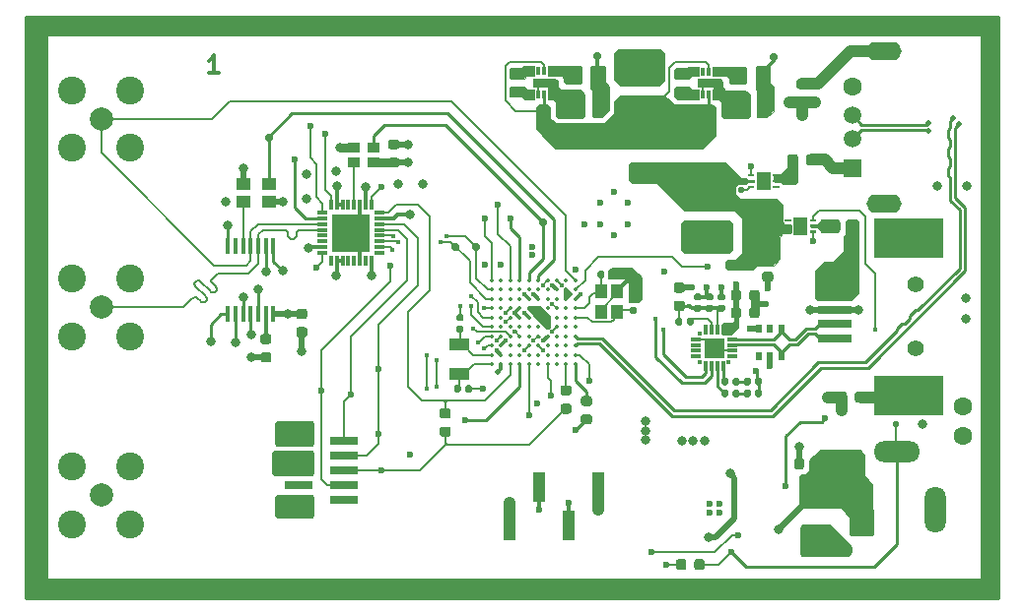
<source format=gbr>
G04 #@! TF.GenerationSoftware,KiCad,Pcbnew,(5.1.6)-1*
G04 #@! TF.CreationDate,2020-09-15T21:19:36+02:00*
G04 #@! TF.ProjectId,PrecisionTimer_RevG,50726563-6973-4696-9f6e-54696d65725f,rev?*
G04 #@! TF.SameCoordinates,Original*
G04 #@! TF.FileFunction,Copper,L1,Top*
G04 #@! TF.FilePolarity,Positive*
%FSLAX46Y46*%
G04 Gerber Fmt 4.6, Leading zero omitted, Abs format (unit mm)*
G04 Created by KiCad (PCBNEW (5.1.6)-1) date 2020-09-15 21:19:36*
%MOMM*%
%LPD*%
G01*
G04 APERTURE LIST*
G04 #@! TA.AperFunction,NonConductor*
%ADD10C,0.300000*%
G04 #@! TD*
G04 #@! TA.AperFunction,SMDPad,CuDef*
%ADD11R,0.550000X0.800000*%
G04 #@! TD*
G04 #@! TA.AperFunction,ComponentPad*
%ADD12C,1.600000*%
G04 #@! TD*
G04 #@! TA.AperFunction,ComponentPad*
%ADD13C,1.500000*%
G04 #@! TD*
G04 #@! TA.AperFunction,ComponentPad*
%ADD14R,1.500000X1.600000*%
G04 #@! TD*
G04 #@! TA.AperFunction,ComponentPad*
%ADD15O,3.000000X1.600000*%
G04 #@! TD*
G04 #@! TA.AperFunction,SMDPad,CuDef*
%ADD16R,6.040000X3.400000*%
G04 #@! TD*
G04 #@! TA.AperFunction,ComponentPad*
%ADD17C,1.400000*%
G04 #@! TD*
G04 #@! TA.AperFunction,SMDPad,CuDef*
%ADD18R,3.000000X0.700000*%
G04 #@! TD*
G04 #@! TA.AperFunction,ComponentPad*
%ADD19R,1.800000X4.400000*%
G04 #@! TD*
G04 #@! TA.AperFunction,ComponentPad*
%ADD20O,1.800000X4.000000*%
G04 #@! TD*
G04 #@! TA.AperFunction,ComponentPad*
%ADD21O,4.000000X1.800000*%
G04 #@! TD*
G04 #@! TA.AperFunction,SMDPad,CuDef*
%ADD22C,0.700000*%
G04 #@! TD*
G04 #@! TA.AperFunction,SMDPad,CuDef*
%ADD23R,1.800000X1.000000*%
G04 #@! TD*
G04 #@! TA.AperFunction,SMDPad,CuDef*
%ADD24R,0.300000X0.300000*%
G04 #@! TD*
G04 #@! TA.AperFunction,SMDPad,CuDef*
%ADD25R,0.900000X0.300000*%
G04 #@! TD*
G04 #@! TA.AperFunction,SMDPad,CuDef*
%ADD26R,0.300000X0.900000*%
G04 #@! TD*
G04 #@! TA.AperFunction,SMDPad,CuDef*
%ADD27R,1.800000X1.800000*%
G04 #@! TD*
G04 #@! TA.AperFunction,SMDPad,CuDef*
%ADD28R,1.000000X1.150000*%
G04 #@! TD*
G04 #@! TA.AperFunction,ComponentPad*
%ADD29C,2.400000*%
G04 #@! TD*
G04 #@! TA.AperFunction,ComponentPad*
%ADD30C,2.000000*%
G04 #@! TD*
G04 #@! TA.AperFunction,SMDPad,CuDef*
%ADD31C,0.350000*%
G04 #@! TD*
G04 #@! TA.AperFunction,SMDPad,CuDef*
%ADD32C,0.800000*%
G04 #@! TD*
G04 #@! TA.AperFunction,SMDPad,CuDef*
%ADD33C,1.000000*%
G04 #@! TD*
G04 #@! TA.AperFunction,SMDPad,CuDef*
%ADD34R,1.200000X1.600000*%
G04 #@! TD*
G04 #@! TA.AperFunction,SMDPad,CuDef*
%ADD35R,2.400000X0.740000*%
G04 #@! TD*
G04 #@! TA.AperFunction,SMDPad,CuDef*
%ADD36R,2.300000X2.500000*%
G04 #@! TD*
G04 #@! TA.AperFunction,SMDPad,CuDef*
%ADD37R,1.700000X1.300000*%
G04 #@! TD*
G04 #@! TA.AperFunction,SMDPad,CuDef*
%ADD38R,1.300000X0.700000*%
G04 #@! TD*
G04 #@! TA.AperFunction,SMDPad,CuDef*
%ADD39R,0.300000X0.800000*%
G04 #@! TD*
G04 #@! TA.AperFunction,SMDPad,CuDef*
%ADD40R,1.200000X1.000000*%
G04 #@! TD*
G04 #@! TA.AperFunction,SMDPad,CuDef*
%ADD41R,1.100000X0.900000*%
G04 #@! TD*
G04 #@! TA.AperFunction,SMDPad,CuDef*
%ADD42R,1.000000X2.510000*%
G04 #@! TD*
G04 #@! TA.AperFunction,SMDPad,CuDef*
%ADD43R,0.300000X0.850000*%
G04 #@! TD*
G04 #@! TA.AperFunction,SMDPad,CuDef*
%ADD44R,0.850000X0.300000*%
G04 #@! TD*
G04 #@! TA.AperFunction,SMDPad,CuDef*
%ADD45R,3.300000X3.300000*%
G04 #@! TD*
G04 #@! TA.AperFunction,SMDPad,CuDef*
%ADD46R,0.450000X1.475000*%
G04 #@! TD*
G04 #@! TA.AperFunction,ViaPad*
%ADD47C,0.600000*%
G04 #@! TD*
G04 #@! TA.AperFunction,ViaPad*
%ADD48C,0.800000*%
G04 #@! TD*
G04 #@! TA.AperFunction,ViaPad*
%ADD49C,0.450000*%
G04 #@! TD*
G04 #@! TA.AperFunction,ViaPad*
%ADD50C,0.550000*%
G04 #@! TD*
G04 #@! TA.AperFunction,ViaPad*
%ADD51C,0.500000*%
G04 #@! TD*
G04 #@! TA.AperFunction,Conductor*
%ADD52C,0.250000*%
G04 #@! TD*
G04 #@! TA.AperFunction,Conductor*
%ADD53C,0.200000*%
G04 #@! TD*
G04 #@! TA.AperFunction,Conductor*
%ADD54C,0.300000*%
G04 #@! TD*
G04 #@! TA.AperFunction,Conductor*
%ADD55C,0.500000*%
G04 #@! TD*
G04 #@! TA.AperFunction,Conductor*
%ADD56C,1.000000*%
G04 #@! TD*
G04 #@! TA.AperFunction,Conductor*
%ADD57C,0.350000*%
G04 #@! TD*
G04 #@! TA.AperFunction,Conductor*
%ADD58C,0.800000*%
G04 #@! TD*
G04 #@! TA.AperFunction,Conductor*
%ADD59C,0.150000*%
G04 #@! TD*
G04 #@! TA.AperFunction,Conductor*
%ADD60C,0.400000*%
G04 #@! TD*
G04 #@! TA.AperFunction,Conductor*
%ADD61C,0.025400*%
G04 #@! TD*
G04 #@! TA.AperFunction,Conductor*
%ADD62C,0.254000*%
G04 #@! TD*
G04 APERTURE END LIST*
D10*
X105889371Y-57269771D02*
X105032228Y-57269771D01*
X105460800Y-57269771D02*
X105460800Y-55769771D01*
X105317942Y-55984057D01*
X105175085Y-56126914D01*
X105032228Y-56198342D01*
D11*
X154223800Y-79235600D03*
X154223800Y-81635600D03*
X153273800Y-79235600D03*
X153273800Y-81635600D03*
X152323800Y-79235600D03*
X152323800Y-81635600D03*
D12*
X160324800Y-58430400D03*
D13*
X160324800Y-60930400D03*
X160324800Y-62930400D03*
D14*
X160324800Y-65430400D03*
D15*
X163034800Y-55360400D03*
X163034800Y-68500400D03*
D16*
X165189800Y-85047400D03*
X165189800Y-71447400D03*
D17*
X165789800Y-80997400D03*
X165789800Y-75497400D03*
D18*
X158789800Y-77622400D03*
X158789800Y-80122400D03*
X158789800Y-78872400D03*
X158789800Y-76372400D03*
D19*
X161188400Y-94818200D03*
D20*
X167488400Y-94818200D03*
D21*
X164185600Y-89814400D03*
D22*
X158445200Y-90068400D03*
D23*
X126542800Y-83165000D03*
X126542800Y-80665000D03*
G04 #@! TA.AperFunction,SMDPad,CuDef*
G36*
G01*
X150050000Y-83992500D02*
X150050000Y-83647500D01*
G75*
G02*
X150197500Y-83500000I147500J0D01*
G01*
X150492500Y-83500000D01*
G75*
G02*
X150640000Y-83647500I0J-147500D01*
G01*
X150640000Y-83992500D01*
G75*
G02*
X150492500Y-84140000I-147500J0D01*
G01*
X150197500Y-84140000D01*
G75*
G02*
X150050000Y-83992500I0J147500D01*
G01*
G37*
G04 #@! TD.AperFunction*
G04 #@! TA.AperFunction,SMDPad,CuDef*
G36*
G01*
X149080000Y-83992500D02*
X149080000Y-83647500D01*
G75*
G02*
X149227500Y-83500000I147500J0D01*
G01*
X149522500Y-83500000D01*
G75*
G02*
X149670000Y-83647500I0J-147500D01*
G01*
X149670000Y-83992500D01*
G75*
G02*
X149522500Y-84140000I-147500J0D01*
G01*
X149227500Y-84140000D01*
G75*
G02*
X149080000Y-83992500I0J147500D01*
G01*
G37*
G04 #@! TD.AperFunction*
G04 #@! TA.AperFunction,SMDPad,CuDef*
G36*
G01*
X150047600Y-85008500D02*
X150047600Y-84663500D01*
G75*
G02*
X150195100Y-84516000I147500J0D01*
G01*
X150490100Y-84516000D01*
G75*
G02*
X150637600Y-84663500I0J-147500D01*
G01*
X150637600Y-85008500D01*
G75*
G02*
X150490100Y-85156000I-147500J0D01*
G01*
X150195100Y-85156000D01*
G75*
G02*
X150047600Y-85008500I0J147500D01*
G01*
G37*
G04 #@! TD.AperFunction*
G04 #@! TA.AperFunction,SMDPad,CuDef*
G36*
G01*
X149077600Y-85008500D02*
X149077600Y-84663500D01*
G75*
G02*
X149225100Y-84516000I147500J0D01*
G01*
X149520100Y-84516000D01*
G75*
G02*
X149667600Y-84663500I0J-147500D01*
G01*
X149667600Y-85008500D01*
G75*
G02*
X149520100Y-85156000I-147500J0D01*
G01*
X149225100Y-85156000D01*
G75*
G02*
X149077600Y-85008500I0J147500D01*
G01*
G37*
G04 #@! TD.AperFunction*
G04 #@! TA.AperFunction,SMDPad,CuDef*
G36*
G01*
X146113000Y-78836300D02*
X146113000Y-78491300D01*
G75*
G02*
X146260500Y-78343800I147500J0D01*
G01*
X146555500Y-78343800D01*
G75*
G02*
X146703000Y-78491300I0J-147500D01*
G01*
X146703000Y-78836300D01*
G75*
G02*
X146555500Y-78983800I-147500J0D01*
G01*
X146260500Y-78983800D01*
G75*
G02*
X146113000Y-78836300I0J147500D01*
G01*
G37*
G04 #@! TD.AperFunction*
G04 #@! TA.AperFunction,SMDPad,CuDef*
G36*
G01*
X145143000Y-78836300D02*
X145143000Y-78491300D01*
G75*
G02*
X145290500Y-78343800I147500J0D01*
G01*
X145585500Y-78343800D01*
G75*
G02*
X145733000Y-78491300I0J-147500D01*
G01*
X145733000Y-78836300D01*
G75*
G02*
X145585500Y-78983800I-147500J0D01*
G01*
X145290500Y-78983800D01*
G75*
G02*
X145143000Y-78836300I0J147500D01*
G01*
G37*
G04 #@! TD.AperFunction*
G04 #@! TA.AperFunction,SMDPad,CuDef*
G36*
G01*
X151600400Y-83647500D02*
X151600400Y-83992500D01*
G75*
G02*
X151452900Y-84140000I-147500J0D01*
G01*
X151157900Y-84140000D01*
G75*
G02*
X151010400Y-83992500I0J147500D01*
G01*
X151010400Y-83647500D01*
G75*
G02*
X151157900Y-83500000I147500J0D01*
G01*
X151452900Y-83500000D01*
G75*
G02*
X151600400Y-83647500I0J-147500D01*
G01*
G37*
G04 #@! TD.AperFunction*
G04 #@! TA.AperFunction,SMDPad,CuDef*
G36*
G01*
X152570400Y-83647500D02*
X152570400Y-83992500D01*
G75*
G02*
X152422900Y-84140000I-147500J0D01*
G01*
X152127900Y-84140000D01*
G75*
G02*
X151980400Y-83992500I0J147500D01*
G01*
X151980400Y-83647500D01*
G75*
G02*
X152127900Y-83500000I147500J0D01*
G01*
X152422900Y-83500000D01*
G75*
G02*
X152570400Y-83647500I0J-147500D01*
G01*
G37*
G04 #@! TD.AperFunction*
G04 #@! TA.AperFunction,SMDPad,CuDef*
G36*
G01*
X151600400Y-84663500D02*
X151600400Y-85008500D01*
G75*
G02*
X151452900Y-85156000I-147500J0D01*
G01*
X151157900Y-85156000D01*
G75*
G02*
X151010400Y-85008500I0J147500D01*
G01*
X151010400Y-84663500D01*
G75*
G02*
X151157900Y-84516000I147500J0D01*
G01*
X151452900Y-84516000D01*
G75*
G02*
X151600400Y-84663500I0J-147500D01*
G01*
G37*
G04 #@! TD.AperFunction*
G04 #@! TA.AperFunction,SMDPad,CuDef*
G36*
G01*
X152570400Y-84663500D02*
X152570400Y-85008500D01*
G75*
G02*
X152422900Y-85156000I-147500J0D01*
G01*
X152127900Y-85156000D01*
G75*
G02*
X151980400Y-85008500I0J147500D01*
G01*
X151980400Y-84663500D01*
G75*
G02*
X152127900Y-84516000I147500J0D01*
G01*
X152422900Y-84516000D01*
G75*
G02*
X152570400Y-84663500I0J-147500D01*
G01*
G37*
G04 #@! TD.AperFunction*
D24*
X149713000Y-82174400D03*
D25*
X150013000Y-81674400D03*
X150013000Y-81174400D03*
X150013000Y-80674400D03*
X150013000Y-80174400D03*
D24*
X149713000Y-79674400D03*
D26*
X149213000Y-79374400D03*
X148713000Y-79374400D03*
X148213000Y-79374400D03*
X147713000Y-79374400D03*
D24*
X147213000Y-79674400D03*
D25*
X146913000Y-80174400D03*
X146913000Y-80674400D03*
X146913000Y-81174400D03*
X146913000Y-81674400D03*
D24*
X147213000Y-82174400D03*
D26*
X147713000Y-82474400D03*
X148213000Y-82474400D03*
X148713000Y-82474400D03*
X149213000Y-82474400D03*
D27*
X148463000Y-80924400D03*
G04 #@! TA.AperFunction,SMDPad,CuDef*
G36*
G01*
X145209550Y-76880200D02*
X145722050Y-76880200D01*
G75*
G02*
X145940800Y-77098950I0J-218750D01*
G01*
X145940800Y-77536450D01*
G75*
G02*
X145722050Y-77755200I-218750J0D01*
G01*
X145209550Y-77755200D01*
G75*
G02*
X144990800Y-77536450I0J218750D01*
G01*
X144990800Y-77098950D01*
G75*
G02*
X145209550Y-76880200I218750J0D01*
G01*
G37*
G04 #@! TD.AperFunction*
G04 #@! TA.AperFunction,SMDPad,CuDef*
G36*
G01*
X145209550Y-75305200D02*
X145722050Y-75305200D01*
G75*
G02*
X145940800Y-75523950I0J-218750D01*
G01*
X145940800Y-75961450D01*
G75*
G02*
X145722050Y-76180200I-218750J0D01*
G01*
X145209550Y-76180200D01*
G75*
G02*
X144990800Y-75961450I0J218750D01*
G01*
X144990800Y-75523950D01*
G75*
G02*
X145209550Y-75305200I218750J0D01*
G01*
G37*
G04 #@! TD.AperFunction*
G04 #@! TA.AperFunction,SMDPad,CuDef*
G36*
G01*
X137233950Y-86633700D02*
X137746450Y-86633700D01*
G75*
G02*
X137965200Y-86852450I0J-218750D01*
G01*
X137965200Y-87289950D01*
G75*
G02*
X137746450Y-87508700I-218750J0D01*
G01*
X137233950Y-87508700D01*
G75*
G02*
X137015200Y-87289950I0J218750D01*
G01*
X137015200Y-86852450D01*
G75*
G02*
X137233950Y-86633700I218750J0D01*
G01*
G37*
G04 #@! TD.AperFunction*
G04 #@! TA.AperFunction,SMDPad,CuDef*
G36*
G01*
X137233950Y-85058700D02*
X137746450Y-85058700D01*
G75*
G02*
X137965200Y-85277450I0J-218750D01*
G01*
X137965200Y-85714950D01*
G75*
G02*
X137746450Y-85933700I-218750J0D01*
G01*
X137233950Y-85933700D01*
G75*
G02*
X137015200Y-85714950I0J218750D01*
G01*
X137015200Y-85277450D01*
G75*
G02*
X137233950Y-85058700I218750J0D01*
G01*
G37*
G04 #@! TD.AperFunction*
G04 #@! TA.AperFunction,SMDPad,CuDef*
G36*
G01*
X150780000Y-77645550D02*
X150780000Y-78158050D01*
G75*
G02*
X150561250Y-78376800I-218750J0D01*
G01*
X150123750Y-78376800D01*
G75*
G02*
X149905000Y-78158050I0J218750D01*
G01*
X149905000Y-77645550D01*
G75*
G02*
X150123750Y-77426800I218750J0D01*
G01*
X150561250Y-77426800D01*
G75*
G02*
X150780000Y-77645550I0J-218750D01*
G01*
G37*
G04 #@! TD.AperFunction*
G04 #@! TA.AperFunction,SMDPad,CuDef*
G36*
G01*
X152355000Y-77645550D02*
X152355000Y-78158050D01*
G75*
G02*
X152136250Y-78376800I-218750J0D01*
G01*
X151698750Y-78376800D01*
G75*
G02*
X151480000Y-78158050I0J218750D01*
G01*
X151480000Y-77645550D01*
G75*
G02*
X151698750Y-77426800I218750J0D01*
G01*
X152136250Y-77426800D01*
G75*
G02*
X152355000Y-77645550I0J-218750D01*
G01*
G37*
G04 #@! TD.AperFunction*
G04 #@! TA.AperFunction,SMDPad,CuDef*
G36*
G01*
X125605250Y-87000600D02*
X125092750Y-87000600D01*
G75*
G02*
X124874000Y-86781850I0J218750D01*
G01*
X124874000Y-86344350D01*
G75*
G02*
X125092750Y-86125600I218750J0D01*
G01*
X125605250Y-86125600D01*
G75*
G02*
X125824000Y-86344350I0J-218750D01*
G01*
X125824000Y-86781850D01*
G75*
G02*
X125605250Y-87000600I-218750J0D01*
G01*
G37*
G04 #@! TD.AperFunction*
G04 #@! TA.AperFunction,SMDPad,CuDef*
G36*
G01*
X125605250Y-88575600D02*
X125092750Y-88575600D01*
G75*
G02*
X124874000Y-88356850I0J218750D01*
G01*
X124874000Y-87919350D01*
G75*
G02*
X125092750Y-87700600I218750J0D01*
G01*
X125605250Y-87700600D01*
G75*
G02*
X125824000Y-87919350I0J-218750D01*
G01*
X125824000Y-88356850D01*
G75*
G02*
X125605250Y-88575600I-218750J0D01*
G01*
G37*
G04 #@! TD.AperFunction*
D28*
X138720600Y-77811600D03*
X138720600Y-76061600D03*
X140120600Y-76061600D03*
X140120600Y-77811600D03*
D12*
X169799000Y-85928200D03*
X169799000Y-88468200D03*
D29*
X98298000Y-63728600D03*
X93319600Y-63728600D03*
X93319600Y-58750200D03*
X98298000Y-58750200D03*
D30*
X95808800Y-61239400D03*
D29*
X98298000Y-79908400D03*
X93319600Y-79908400D03*
X93319600Y-74930000D03*
X98298000Y-74930000D03*
D30*
X95808800Y-77419200D03*
D29*
X98298000Y-96088200D03*
X93319600Y-96088200D03*
X93319600Y-91109800D03*
X98298000Y-91109800D03*
D30*
X95808800Y-93599000D03*
G04 #@! TA.AperFunction,SMDPad,CuDef*
G36*
G01*
X146055600Y-99311750D02*
X146055600Y-99824250D01*
G75*
G02*
X145836850Y-100043000I-218750J0D01*
G01*
X145399350Y-100043000D01*
G75*
G02*
X145180600Y-99824250I0J218750D01*
G01*
X145180600Y-99311750D01*
G75*
G02*
X145399350Y-99093000I218750J0D01*
G01*
X145836850Y-99093000D01*
G75*
G02*
X146055600Y-99311750I0J-218750D01*
G01*
G37*
G04 #@! TD.AperFunction*
G04 #@! TA.AperFunction,SMDPad,CuDef*
G36*
G01*
X147630600Y-99311750D02*
X147630600Y-99824250D01*
G75*
G02*
X147411850Y-100043000I-218750J0D01*
G01*
X146974350Y-100043000D01*
G75*
G02*
X146755600Y-99824250I0J218750D01*
G01*
X146755600Y-99311750D01*
G75*
G02*
X146974350Y-99093000I218750J0D01*
G01*
X147411850Y-99093000D01*
G75*
G02*
X147630600Y-99311750I0J-218750D01*
G01*
G37*
G04 #@! TD.AperFunction*
D31*
X136543600Y-75114600D03*
X135743600Y-75114600D03*
X134943600Y-75114600D03*
X134143600Y-75114600D03*
X133343600Y-75114600D03*
X132543600Y-75114600D03*
X131743600Y-75114600D03*
X130943600Y-75114600D03*
X130143600Y-75114600D03*
X129343600Y-75114600D03*
X136543600Y-75914600D03*
X135743600Y-75914600D03*
X134943600Y-75914600D03*
X134143600Y-75914600D03*
X133343600Y-75914600D03*
X132543600Y-75914600D03*
X131743600Y-75914600D03*
X130943600Y-75914600D03*
X130143600Y-75914600D03*
X129343600Y-75914600D03*
X136543600Y-76714600D03*
X135743600Y-76714600D03*
X134943600Y-76714600D03*
X134143600Y-76714600D03*
X133343600Y-76714600D03*
X132543600Y-76714600D03*
X131743600Y-76714600D03*
X130943600Y-76714600D03*
X130143600Y-76714600D03*
X129343600Y-76714600D03*
X136543600Y-77514600D03*
X135743600Y-77514600D03*
X134943600Y-77514600D03*
X134143600Y-77514600D03*
X133343600Y-77514600D03*
X132543600Y-77514600D03*
X131743600Y-77514600D03*
X130943600Y-77514600D03*
X130143600Y-77514600D03*
X129343600Y-77514600D03*
X136543600Y-78314600D03*
X135743600Y-78314600D03*
X134943600Y-78314600D03*
X134143600Y-78314600D03*
X133343600Y-78314600D03*
X132543600Y-78314600D03*
X131743600Y-78314600D03*
X130943600Y-78314600D03*
X130143600Y-78314600D03*
X129343600Y-78314600D03*
X136543600Y-79114600D03*
X135743600Y-79114600D03*
X134943600Y-79114600D03*
X134143600Y-79114600D03*
X133343600Y-79114600D03*
X132543600Y-79114600D03*
X131743600Y-79114600D03*
X130943600Y-79114600D03*
X130143600Y-79114600D03*
X129343600Y-79114600D03*
X136543600Y-79914600D03*
X135743600Y-79914600D03*
X134943600Y-79914600D03*
X134143600Y-79914600D03*
X133343600Y-79914600D03*
X132543600Y-79914600D03*
X131743600Y-79914600D03*
X130943600Y-79914600D03*
X130143600Y-79914600D03*
X129343600Y-79914600D03*
X136543600Y-80714600D03*
X135743600Y-80714600D03*
X134943600Y-80714600D03*
X134143600Y-80714600D03*
X133343600Y-80714600D03*
X132543600Y-80714600D03*
X131743600Y-80714600D03*
X130943600Y-80714600D03*
X130143600Y-80714600D03*
X129343600Y-80714600D03*
X136543600Y-81514600D03*
X135743600Y-81514600D03*
X134943600Y-81514600D03*
X134143600Y-81514600D03*
X133343600Y-81514600D03*
X132543600Y-81514600D03*
X131743600Y-81514600D03*
X130943600Y-81514600D03*
X130143600Y-81514600D03*
X129343600Y-81514600D03*
X136543600Y-82314600D03*
X135743600Y-82314600D03*
X134943600Y-82314600D03*
X134143600Y-82314600D03*
X133343600Y-82314600D03*
X132543600Y-82314600D03*
X131743600Y-82314600D03*
X130943600Y-82314600D03*
X130143600Y-82314600D03*
X129343600Y-82314600D03*
D32*
X155117800Y-66344800D03*
D33*
X145364200Y-66090800D03*
X139801600Y-62509400D03*
D22*
X133731000Y-70104000D03*
X110223300Y-62839600D03*
X128041400Y-72237600D03*
X126238000Y-72237600D03*
X153568400Y-55930800D03*
X138430000Y-55778400D03*
G04 #@! TA.AperFunction,SMDPad,CuDef*
G36*
G01*
X147177600Y-70145400D02*
X148427600Y-70145400D01*
G75*
G02*
X148677600Y-70395400I0J-250000D01*
G01*
X148677600Y-71145400D01*
G75*
G02*
X148427600Y-71395400I-250000J0D01*
G01*
X147177600Y-71395400D01*
G75*
G02*
X146927600Y-71145400I0J250000D01*
G01*
X146927600Y-70395400D01*
G75*
G02*
X147177600Y-70145400I250000J0D01*
G01*
G37*
G04 #@! TD.AperFunction*
G04 #@! TA.AperFunction,SMDPad,CuDef*
G36*
G01*
X147177600Y-67345400D02*
X148427600Y-67345400D01*
G75*
G02*
X148677600Y-67595400I0J-250000D01*
G01*
X148677600Y-68345400D01*
G75*
G02*
X148427600Y-68595400I-250000J0D01*
G01*
X147177600Y-68595400D01*
G75*
G02*
X146927600Y-68345400I0J250000D01*
G01*
X146927600Y-67595400D01*
G75*
G02*
X147177600Y-67345400I250000J0D01*
G01*
G37*
G04 #@! TD.AperFunction*
D34*
X155879800Y-70434200D03*
G04 #@! TA.AperFunction,SMDPad,CuDef*
G36*
G01*
X155079800Y-70884200D02*
X155079800Y-70984200D01*
G75*
G02*
X155029800Y-71034200I-50000J0D01*
G01*
X154579800Y-71034200D01*
G75*
G02*
X154529800Y-70984200I0J50000D01*
G01*
X154529800Y-70884200D01*
G75*
G02*
X154579800Y-70834200I50000J0D01*
G01*
X155029800Y-70834200D01*
G75*
G02*
X155079800Y-70884200I0J-50000D01*
G01*
G37*
G04 #@! TD.AperFunction*
G04 #@! TA.AperFunction,SMDPad,CuDef*
G36*
G01*
X155079800Y-70384200D02*
X155079800Y-70484200D01*
G75*
G02*
X155029800Y-70534200I-50000J0D01*
G01*
X154579800Y-70534200D01*
G75*
G02*
X154529800Y-70484200I0J50000D01*
G01*
X154529800Y-70384200D01*
G75*
G02*
X154579800Y-70334200I50000J0D01*
G01*
X155029800Y-70334200D01*
G75*
G02*
X155079800Y-70384200I0J-50000D01*
G01*
G37*
G04 #@! TD.AperFunction*
G04 #@! TA.AperFunction,SMDPad,CuDef*
G36*
G01*
X155079800Y-69884200D02*
X155079800Y-69984200D01*
G75*
G02*
X155029800Y-70034200I-50000J0D01*
G01*
X154579800Y-70034200D01*
G75*
G02*
X154529800Y-69984200I0J50000D01*
G01*
X154529800Y-69884200D01*
G75*
G02*
X154579800Y-69834200I50000J0D01*
G01*
X155029800Y-69834200D01*
G75*
G02*
X155079800Y-69884200I0J-50000D01*
G01*
G37*
G04 #@! TD.AperFunction*
G04 #@! TA.AperFunction,SMDPad,CuDef*
G36*
G01*
X157229800Y-69884200D02*
X157229800Y-69984200D01*
G75*
G02*
X157179800Y-70034200I-50000J0D01*
G01*
X156729800Y-70034200D01*
G75*
G02*
X156679800Y-69984200I0J50000D01*
G01*
X156679800Y-69884200D01*
G75*
G02*
X156729800Y-69834200I50000J0D01*
G01*
X157179800Y-69834200D01*
G75*
G02*
X157229800Y-69884200I0J-50000D01*
G01*
G37*
G04 #@! TD.AperFunction*
G04 #@! TA.AperFunction,SMDPad,CuDef*
G36*
G01*
X157229800Y-70384200D02*
X157229800Y-70484200D01*
G75*
G02*
X157179800Y-70534200I-50000J0D01*
G01*
X156729800Y-70534200D01*
G75*
G02*
X156679800Y-70484200I0J50000D01*
G01*
X156679800Y-70384200D01*
G75*
G02*
X156729800Y-70334200I50000J0D01*
G01*
X157179800Y-70334200D01*
G75*
G02*
X157229800Y-70384200I0J-50000D01*
G01*
G37*
G04 #@! TD.AperFunction*
G04 #@! TA.AperFunction,SMDPad,CuDef*
G36*
G01*
X157229800Y-70884200D02*
X157229800Y-70984200D01*
G75*
G02*
X157179800Y-71034200I-50000J0D01*
G01*
X156729800Y-71034200D01*
G75*
G02*
X156679800Y-70984200I0J50000D01*
G01*
X156679800Y-70884200D01*
G75*
G02*
X156729800Y-70834200I50000J0D01*
G01*
X157179800Y-70834200D01*
G75*
G02*
X157229800Y-70884200I0J-50000D01*
G01*
G37*
G04 #@! TD.AperFunction*
G04 #@! TA.AperFunction,SMDPad,CuDef*
G36*
G01*
X135993850Y-85019400D02*
X135481350Y-85019400D01*
G75*
G02*
X135262600Y-84800650I0J218750D01*
G01*
X135262600Y-84363150D01*
G75*
G02*
X135481350Y-84144400I218750J0D01*
G01*
X135993850Y-84144400D01*
G75*
G02*
X136212600Y-84363150I0J-218750D01*
G01*
X136212600Y-84800650D01*
G75*
G02*
X135993850Y-85019400I-218750J0D01*
G01*
G37*
G04 #@! TD.AperFunction*
G04 #@! TA.AperFunction,SMDPad,CuDef*
G36*
G01*
X135993850Y-86594400D02*
X135481350Y-86594400D01*
G75*
G02*
X135262600Y-86375650I0J218750D01*
G01*
X135262600Y-85938150D01*
G75*
G02*
X135481350Y-85719400I218750J0D01*
G01*
X135993850Y-85719400D01*
G75*
G02*
X136212600Y-85938150I0J-218750D01*
G01*
X136212600Y-86375650D01*
G75*
G02*
X135993850Y-86594400I-218750J0D01*
G01*
G37*
G04 #@! TD.AperFunction*
D35*
X116643700Y-93980000D03*
X112743700Y-93980000D03*
X116643700Y-92710000D03*
X112743700Y-92710000D03*
X116643700Y-91440000D03*
X112743700Y-91440000D03*
X116643700Y-90170000D03*
X112743700Y-90170000D03*
X116643700Y-88900000D03*
X112743700Y-88900000D03*
D36*
X157111700Y-97476200D03*
X157111700Y-93176200D03*
G04 #@! TA.AperFunction,SMDPad,CuDef*
G36*
G01*
X156890100Y-91162850D02*
X156890100Y-90650350D01*
G75*
G02*
X157108850Y-90431600I218750J0D01*
G01*
X157546350Y-90431600D01*
G75*
G02*
X157765100Y-90650350I0J-218750D01*
G01*
X157765100Y-91162850D01*
G75*
G02*
X157546350Y-91381600I-218750J0D01*
G01*
X157108850Y-91381600D01*
G75*
G02*
X156890100Y-91162850I0J218750D01*
G01*
G37*
G04 #@! TD.AperFunction*
G04 #@! TA.AperFunction,SMDPad,CuDef*
G36*
G01*
X155315100Y-91162850D02*
X155315100Y-90650350D01*
G75*
G02*
X155533850Y-90431600I218750J0D01*
G01*
X155971350Y-90431600D01*
G75*
G02*
X156190100Y-90650350I0J-218750D01*
G01*
X156190100Y-91162850D01*
G75*
G02*
X155971350Y-91381600I-218750J0D01*
G01*
X155533850Y-91381600D01*
G75*
G02*
X155315100Y-91162850I0J218750D01*
G01*
G37*
G04 #@! TD.AperFunction*
G04 #@! TA.AperFunction,SMDPad,CuDef*
G36*
G01*
X109700350Y-81299800D02*
X110212850Y-81299800D01*
G75*
G02*
X110431600Y-81518550I0J-218750D01*
G01*
X110431600Y-81956050D01*
G75*
G02*
X110212850Y-82174800I-218750J0D01*
G01*
X109700350Y-82174800D01*
G75*
G02*
X109481600Y-81956050I0J218750D01*
G01*
X109481600Y-81518550D01*
G75*
G02*
X109700350Y-81299800I218750J0D01*
G01*
G37*
G04 #@! TD.AperFunction*
G04 #@! TA.AperFunction,SMDPad,CuDef*
G36*
G01*
X109700350Y-79724800D02*
X110212850Y-79724800D01*
G75*
G02*
X110431600Y-79943550I0J-218750D01*
G01*
X110431600Y-80381050D01*
G75*
G02*
X110212850Y-80599800I-218750J0D01*
G01*
X109700350Y-80599800D01*
G75*
G02*
X109481600Y-80381050I0J218750D01*
G01*
X109481600Y-79943550D01*
G75*
G02*
X109700350Y-79724800I218750J0D01*
G01*
G37*
G04 #@! TD.AperFunction*
D37*
X141986000Y-57142500D03*
X141986000Y-60642500D03*
D38*
X147739100Y-58140600D03*
D39*
X148489100Y-59140600D03*
X147989100Y-59140600D03*
X147489100Y-59140600D03*
X146989100Y-59140600D03*
X146989100Y-57140600D03*
X147489100Y-57140600D03*
X147989100Y-57140600D03*
X148489100Y-57140600D03*
D34*
X152704800Y-66573400D03*
G04 #@! TA.AperFunction,SMDPad,CuDef*
G36*
G01*
X153504800Y-66123400D02*
X153504800Y-66023400D01*
G75*
G02*
X153554800Y-65973400I50000J0D01*
G01*
X154004800Y-65973400D01*
G75*
G02*
X154054800Y-66023400I0J-50000D01*
G01*
X154054800Y-66123400D01*
G75*
G02*
X154004800Y-66173400I-50000J0D01*
G01*
X153554800Y-66173400D01*
G75*
G02*
X153504800Y-66123400I0J50000D01*
G01*
G37*
G04 #@! TD.AperFunction*
G04 #@! TA.AperFunction,SMDPad,CuDef*
G36*
G01*
X153504800Y-66623400D02*
X153504800Y-66523400D01*
G75*
G02*
X153554800Y-66473400I50000J0D01*
G01*
X154004800Y-66473400D01*
G75*
G02*
X154054800Y-66523400I0J-50000D01*
G01*
X154054800Y-66623400D01*
G75*
G02*
X154004800Y-66673400I-50000J0D01*
G01*
X153554800Y-66673400D01*
G75*
G02*
X153504800Y-66623400I0J50000D01*
G01*
G37*
G04 #@! TD.AperFunction*
G04 #@! TA.AperFunction,SMDPad,CuDef*
G36*
G01*
X153504800Y-67123400D02*
X153504800Y-67023400D01*
G75*
G02*
X153554800Y-66973400I50000J0D01*
G01*
X154004800Y-66973400D01*
G75*
G02*
X154054800Y-67023400I0J-50000D01*
G01*
X154054800Y-67123400D01*
G75*
G02*
X154004800Y-67173400I-50000J0D01*
G01*
X153554800Y-67173400D01*
G75*
G02*
X153504800Y-67123400I0J50000D01*
G01*
G37*
G04 #@! TD.AperFunction*
G04 #@! TA.AperFunction,SMDPad,CuDef*
G36*
G01*
X151354800Y-67123400D02*
X151354800Y-67023400D01*
G75*
G02*
X151404800Y-66973400I50000J0D01*
G01*
X151854800Y-66973400D01*
G75*
G02*
X151904800Y-67023400I0J-50000D01*
G01*
X151904800Y-67123400D01*
G75*
G02*
X151854800Y-67173400I-50000J0D01*
G01*
X151404800Y-67173400D01*
G75*
G02*
X151354800Y-67123400I0J50000D01*
G01*
G37*
G04 #@! TD.AperFunction*
G04 #@! TA.AperFunction,SMDPad,CuDef*
G36*
G01*
X151354800Y-66623400D02*
X151354800Y-66523400D01*
G75*
G02*
X151404800Y-66473400I50000J0D01*
G01*
X151854800Y-66473400D01*
G75*
G02*
X151904800Y-66523400I0J-50000D01*
G01*
X151904800Y-66623400D01*
G75*
G02*
X151854800Y-66673400I-50000J0D01*
G01*
X151404800Y-66673400D01*
G75*
G02*
X151354800Y-66623400I0J50000D01*
G01*
G37*
G04 #@! TD.AperFunction*
G04 #@! TA.AperFunction,SMDPad,CuDef*
G36*
G01*
X151354800Y-66123400D02*
X151354800Y-66023400D01*
G75*
G02*
X151404800Y-65973400I50000J0D01*
G01*
X151854800Y-65973400D01*
G75*
G02*
X151904800Y-66023400I0J-50000D01*
G01*
X151904800Y-66123400D01*
G75*
G02*
X151854800Y-66173400I-50000J0D01*
G01*
X151404800Y-66173400D01*
G75*
G02*
X151354800Y-66123400I0J50000D01*
G01*
G37*
G04 #@! TD.AperFunction*
G04 #@! TA.AperFunction,SMDPad,CuDef*
G36*
G01*
X151173000Y-56973150D02*
X151173000Y-57885650D01*
G75*
G02*
X150929250Y-58129400I-243750J0D01*
G01*
X150441750Y-58129400D01*
G75*
G02*
X150198000Y-57885650I0J243750D01*
G01*
X150198000Y-56973150D01*
G75*
G02*
X150441750Y-56729400I243750J0D01*
G01*
X150929250Y-56729400D01*
G75*
G02*
X151173000Y-56973150I0J-243750D01*
G01*
G37*
G04 #@! TD.AperFunction*
G04 #@! TA.AperFunction,SMDPad,CuDef*
G36*
G01*
X153048000Y-56973150D02*
X153048000Y-57885650D01*
G75*
G02*
X152804250Y-58129400I-243750J0D01*
G01*
X152316750Y-58129400D01*
G75*
G02*
X152073000Y-57885650I0J243750D01*
G01*
X152073000Y-56973150D01*
G75*
G02*
X152316750Y-56729400I243750J0D01*
G01*
X152804250Y-56729400D01*
G75*
G02*
X153048000Y-56973150I0J-243750D01*
G01*
G37*
G04 #@! TD.AperFunction*
G04 #@! TA.AperFunction,SMDPad,CuDef*
G36*
G01*
X149130600Y-60835250D02*
X149130600Y-60322750D01*
G75*
G02*
X149349350Y-60104000I218750J0D01*
G01*
X149786850Y-60104000D01*
G75*
G02*
X150005600Y-60322750I0J-218750D01*
G01*
X150005600Y-60835250D01*
G75*
G02*
X149786850Y-61054000I-218750J0D01*
G01*
X149349350Y-61054000D01*
G75*
G02*
X149130600Y-60835250I0J218750D01*
G01*
G37*
G04 #@! TD.AperFunction*
G04 #@! TA.AperFunction,SMDPad,CuDef*
G36*
G01*
X147555600Y-60835250D02*
X147555600Y-60322750D01*
G75*
G02*
X147774350Y-60104000I218750J0D01*
G01*
X148211850Y-60104000D01*
G75*
G02*
X148430600Y-60322750I0J-218750D01*
G01*
X148430600Y-60835250D01*
G75*
G02*
X148211850Y-61054000I-218750J0D01*
G01*
X147774350Y-61054000D01*
G75*
G02*
X147555600Y-60835250I0J218750D01*
G01*
G37*
G04 #@! TD.AperFunction*
G04 #@! TA.AperFunction,SMDPad,CuDef*
G36*
G01*
X150780000Y-76146950D02*
X150780000Y-76659450D01*
G75*
G02*
X150561250Y-76878200I-218750J0D01*
G01*
X150123750Y-76878200D01*
G75*
G02*
X149905000Y-76659450I0J218750D01*
G01*
X149905000Y-76146950D01*
G75*
G02*
X150123750Y-75928200I218750J0D01*
G01*
X150561250Y-75928200D01*
G75*
G02*
X150780000Y-76146950I0J-218750D01*
G01*
G37*
G04 #@! TD.AperFunction*
G04 #@! TA.AperFunction,SMDPad,CuDef*
G36*
G01*
X152355000Y-76146950D02*
X152355000Y-76659450D01*
G75*
G02*
X152136250Y-76878200I-218750J0D01*
G01*
X151698750Y-76878200D01*
G75*
G02*
X151480000Y-76659450I0J218750D01*
G01*
X151480000Y-76146950D01*
G75*
G02*
X151698750Y-75928200I218750J0D01*
G01*
X152136250Y-75928200D01*
G75*
G02*
X152355000Y-76146950I0J-218750D01*
G01*
G37*
G04 #@! TD.AperFunction*
G04 #@! TA.AperFunction,SMDPad,CuDef*
G36*
G01*
X142561000Y-63738600D02*
X141411000Y-63738600D01*
G75*
G02*
X141161000Y-63488600I0J250000D01*
G01*
X141161000Y-62388600D01*
G75*
G02*
X141411000Y-62138600I250000J0D01*
G01*
X142561000Y-62138600D01*
G75*
G02*
X142811000Y-62388600I0J-250000D01*
G01*
X142811000Y-63488600D01*
G75*
G02*
X142561000Y-63738600I-250000J0D01*
G01*
G37*
G04 #@! TD.AperFunction*
G04 #@! TA.AperFunction,SMDPad,CuDef*
G36*
G01*
X142561000Y-66588600D02*
X141411000Y-66588600D01*
G75*
G02*
X141161000Y-66338600I0J250000D01*
G01*
X141161000Y-65238600D01*
G75*
G02*
X141411000Y-64988600I250000J0D01*
G01*
X142561000Y-64988600D01*
G75*
G02*
X142811000Y-65238600I0J-250000D01*
G01*
X142811000Y-66338600D01*
G75*
G02*
X142561000Y-66588600I-250000J0D01*
G01*
G37*
G04 #@! TD.AperFunction*
D40*
X110180700Y-68364400D03*
X108030700Y-68364400D03*
X108030700Y-66814400D03*
X110180700Y-66814400D03*
D41*
X119213100Y-63673200D03*
X117513100Y-63673200D03*
X117513100Y-64973200D03*
X119213100Y-64973200D03*
G04 #@! TA.AperFunction,SMDPad,CuDef*
G36*
G01*
X146868100Y-77228200D02*
X147213100Y-77228200D01*
G75*
G02*
X147360600Y-77375700I0J-147500D01*
G01*
X147360600Y-77670700D01*
G75*
G02*
X147213100Y-77818200I-147500J0D01*
G01*
X146868100Y-77818200D01*
G75*
G02*
X146720600Y-77670700I0J147500D01*
G01*
X146720600Y-77375700D01*
G75*
G02*
X146868100Y-77228200I147500J0D01*
G01*
G37*
G04 #@! TD.AperFunction*
G04 #@! TA.AperFunction,SMDPad,CuDef*
G36*
G01*
X146868100Y-76258200D02*
X147213100Y-76258200D01*
G75*
G02*
X147360600Y-76405700I0J-147500D01*
G01*
X147360600Y-76700700D01*
G75*
G02*
X147213100Y-76848200I-147500J0D01*
G01*
X146868100Y-76848200D01*
G75*
G02*
X146720600Y-76700700I0J147500D01*
G01*
X146720600Y-76405700D01*
G75*
G02*
X146868100Y-76258200I147500J0D01*
G01*
G37*
G04 #@! TD.AperFunction*
G04 #@! TA.AperFunction,SMDPad,CuDef*
G36*
G01*
X148229100Y-76848200D02*
X147884100Y-76848200D01*
G75*
G02*
X147736600Y-76700700I0J147500D01*
G01*
X147736600Y-76405700D01*
G75*
G02*
X147884100Y-76258200I147500J0D01*
G01*
X148229100Y-76258200D01*
G75*
G02*
X148376600Y-76405700I0J-147500D01*
G01*
X148376600Y-76700700D01*
G75*
G02*
X148229100Y-76848200I-147500J0D01*
G01*
G37*
G04 #@! TD.AperFunction*
G04 #@! TA.AperFunction,SMDPad,CuDef*
G36*
G01*
X148229100Y-77818200D02*
X147884100Y-77818200D01*
G75*
G02*
X147736600Y-77670700I0J147500D01*
G01*
X147736600Y-77375700D01*
G75*
G02*
X147884100Y-77228200I147500J0D01*
G01*
X148229100Y-77228200D01*
G75*
G02*
X148376600Y-77375700I0J-147500D01*
G01*
X148376600Y-77670700D01*
G75*
G02*
X148229100Y-77818200I-147500J0D01*
G01*
G37*
G04 #@! TD.AperFunction*
G04 #@! TA.AperFunction,SMDPad,CuDef*
G36*
G01*
X148900100Y-77228200D02*
X149245100Y-77228200D01*
G75*
G02*
X149392600Y-77375700I0J-147500D01*
G01*
X149392600Y-77670700D01*
G75*
G02*
X149245100Y-77818200I-147500J0D01*
G01*
X148900100Y-77818200D01*
G75*
G02*
X148752600Y-77670700I0J147500D01*
G01*
X148752600Y-77375700D01*
G75*
G02*
X148900100Y-77228200I147500J0D01*
G01*
G37*
G04 #@! TD.AperFunction*
G04 #@! TA.AperFunction,SMDPad,CuDef*
G36*
G01*
X148900100Y-76258200D02*
X149245100Y-76258200D01*
G75*
G02*
X149392600Y-76405700I0J-147500D01*
G01*
X149392600Y-76700700D01*
G75*
G02*
X149245100Y-76848200I-147500J0D01*
G01*
X148900100Y-76848200D01*
G75*
G02*
X148752600Y-76700700I0J147500D01*
G01*
X148752600Y-76405700D01*
G75*
G02*
X148900100Y-76258200I147500J0D01*
G01*
G37*
G04 #@! TD.AperFunction*
G04 #@! TA.AperFunction,SMDPad,CuDef*
G36*
G01*
X126708400Y-84282500D02*
X126708400Y-84627500D01*
G75*
G02*
X126560900Y-84775000I-147500J0D01*
G01*
X126265900Y-84775000D01*
G75*
G02*
X126118400Y-84627500I0J147500D01*
G01*
X126118400Y-84282500D01*
G75*
G02*
X126265900Y-84135000I147500J0D01*
G01*
X126560900Y-84135000D01*
G75*
G02*
X126708400Y-84282500I0J-147500D01*
G01*
G37*
G04 #@! TD.AperFunction*
G04 #@! TA.AperFunction,SMDPad,CuDef*
G36*
G01*
X127678400Y-84282500D02*
X127678400Y-84627500D01*
G75*
G02*
X127530900Y-84775000I-147500J0D01*
G01*
X127235900Y-84775000D01*
G75*
G02*
X127088400Y-84627500I0J147500D01*
G01*
X127088400Y-84282500D01*
G75*
G02*
X127235900Y-84135000I147500J0D01*
G01*
X127530900Y-84135000D01*
G75*
G02*
X127678400Y-84282500I0J-147500D01*
G01*
G37*
G04 #@! TD.AperFunction*
G04 #@! TA.AperFunction,SMDPad,CuDef*
G36*
G01*
X126446500Y-79006200D02*
X126791500Y-79006200D01*
G75*
G02*
X126939000Y-79153700I0J-147500D01*
G01*
X126939000Y-79448700D01*
G75*
G02*
X126791500Y-79596200I-147500J0D01*
G01*
X126446500Y-79596200D01*
G75*
G02*
X126299000Y-79448700I0J147500D01*
G01*
X126299000Y-79153700D01*
G75*
G02*
X126446500Y-79006200I147500J0D01*
G01*
G37*
G04 #@! TD.AperFunction*
G04 #@! TA.AperFunction,SMDPad,CuDef*
G36*
G01*
X126446500Y-78036200D02*
X126791500Y-78036200D01*
G75*
G02*
X126939000Y-78183700I0J-147500D01*
G01*
X126939000Y-78478700D01*
G75*
G02*
X126791500Y-78626200I-147500J0D01*
G01*
X126446500Y-78626200D01*
G75*
G02*
X126299000Y-78478700I0J147500D01*
G01*
X126299000Y-78183700D01*
G75*
G02*
X126446500Y-78036200I147500J0D01*
G01*
G37*
G04 #@! TD.AperFunction*
G04 #@! TA.AperFunction,SMDPad,CuDef*
G36*
G01*
X145273050Y-58439800D02*
X145785550Y-58439800D01*
G75*
G02*
X146004300Y-58658550I0J-218750D01*
G01*
X146004300Y-59096050D01*
G75*
G02*
X145785550Y-59314800I-218750J0D01*
G01*
X145273050Y-59314800D01*
G75*
G02*
X145054300Y-59096050I0J218750D01*
G01*
X145054300Y-58658550D01*
G75*
G02*
X145273050Y-58439800I218750J0D01*
G01*
G37*
G04 #@! TD.AperFunction*
G04 #@! TA.AperFunction,SMDPad,CuDef*
G36*
G01*
X145273050Y-56864800D02*
X145785550Y-56864800D01*
G75*
G02*
X146004300Y-57083550I0J-218750D01*
G01*
X146004300Y-57521050D01*
G75*
G02*
X145785550Y-57739800I-218750J0D01*
G01*
X145273050Y-57739800D01*
G75*
G02*
X145054300Y-57521050I0J218750D01*
G01*
X145054300Y-57083550D01*
G75*
G02*
X145273050Y-56864800I218750J0D01*
G01*
G37*
G04 #@! TD.AperFunction*
G04 #@! TA.AperFunction,SMDPad,CuDef*
G36*
G01*
X139040100Y-74452700D02*
X139040100Y-74797700D01*
G75*
G02*
X138892600Y-74945200I-147500J0D01*
G01*
X138597600Y-74945200D01*
G75*
G02*
X138450100Y-74797700I0J147500D01*
G01*
X138450100Y-74452700D01*
G75*
G02*
X138597600Y-74305200I147500J0D01*
G01*
X138892600Y-74305200D01*
G75*
G02*
X139040100Y-74452700I0J-147500D01*
G01*
G37*
G04 #@! TD.AperFunction*
G04 #@! TA.AperFunction,SMDPad,CuDef*
G36*
G01*
X140010100Y-74452700D02*
X140010100Y-74797700D01*
G75*
G02*
X139862600Y-74945200I-147500J0D01*
G01*
X139567600Y-74945200D01*
G75*
G02*
X139420100Y-74797700I0J147500D01*
G01*
X139420100Y-74452700D01*
G75*
G02*
X139567600Y-74305200I147500J0D01*
G01*
X139862600Y-74305200D01*
G75*
G02*
X140010100Y-74452700I0J-147500D01*
G01*
G37*
G04 #@! TD.AperFunction*
G04 #@! TA.AperFunction,SMDPad,CuDef*
G36*
G01*
X141330900Y-77380600D02*
X141675900Y-77380600D01*
G75*
G02*
X141823400Y-77528100I0J-147500D01*
G01*
X141823400Y-77823100D01*
G75*
G02*
X141675900Y-77970600I-147500J0D01*
G01*
X141330900Y-77970600D01*
G75*
G02*
X141183400Y-77823100I0J147500D01*
G01*
X141183400Y-77528100D01*
G75*
G02*
X141330900Y-77380600I147500J0D01*
G01*
G37*
G04 #@! TD.AperFunction*
G04 #@! TA.AperFunction,SMDPad,CuDef*
G36*
G01*
X141330900Y-76410600D02*
X141675900Y-76410600D01*
G75*
G02*
X141823400Y-76558100I0J-147500D01*
G01*
X141823400Y-76853100D01*
G75*
G02*
X141675900Y-77000600I-147500J0D01*
G01*
X141330900Y-77000600D01*
G75*
G02*
X141183400Y-76853100I0J147500D01*
G01*
X141183400Y-76558100D01*
G75*
G02*
X141330900Y-76410600I147500J0D01*
G01*
G37*
G04 #@! TD.AperFunction*
D42*
X138531600Y-92883800D03*
X133451600Y-92883800D03*
X135991600Y-96193800D03*
X130911600Y-96193800D03*
G04 #@! TA.AperFunction,SMDPad,CuDef*
G36*
G01*
X155631400Y-64488350D02*
X155631400Y-65000850D01*
G75*
G02*
X155412650Y-65219600I-218750J0D01*
G01*
X154975150Y-65219600D01*
G75*
G02*
X154756400Y-65000850I0J218750D01*
G01*
X154756400Y-64488350D01*
G75*
G02*
X154975150Y-64269600I218750J0D01*
G01*
X155412650Y-64269600D01*
G75*
G02*
X155631400Y-64488350I0J-218750D01*
G01*
G37*
G04 #@! TD.AperFunction*
G04 #@! TA.AperFunction,SMDPad,CuDef*
G36*
G01*
X157206400Y-64488350D02*
X157206400Y-65000850D01*
G75*
G02*
X156987650Y-65219600I-218750J0D01*
G01*
X156550150Y-65219600D01*
G75*
G02*
X156331400Y-65000850I0J218750D01*
G01*
X156331400Y-64488350D01*
G75*
G02*
X156550150Y-64269600I218750J0D01*
G01*
X156987650Y-64269600D01*
G75*
G02*
X157206400Y-64488350I0J-218750D01*
G01*
G37*
G04 #@! TD.AperFunction*
G04 #@! TA.AperFunction,SMDPad,CuDef*
G36*
G01*
X155750550Y-59354200D02*
X156263050Y-59354200D01*
G75*
G02*
X156481800Y-59572950I0J-218750D01*
G01*
X156481800Y-60010450D01*
G75*
G02*
X156263050Y-60229200I-218750J0D01*
G01*
X155750550Y-60229200D01*
G75*
G02*
X155531800Y-60010450I0J218750D01*
G01*
X155531800Y-59572950D01*
G75*
G02*
X155750550Y-59354200I218750J0D01*
G01*
G37*
G04 #@! TD.AperFunction*
G04 #@! TA.AperFunction,SMDPad,CuDef*
G36*
G01*
X155750550Y-57779200D02*
X156263050Y-57779200D01*
G75*
G02*
X156481800Y-57997950I0J-218750D01*
G01*
X156481800Y-58435450D01*
G75*
G02*
X156263050Y-58654200I-218750J0D01*
G01*
X155750550Y-58654200D01*
G75*
G02*
X155531800Y-58435450I0J218750D01*
G01*
X155531800Y-57997950D01*
G75*
G02*
X155750550Y-57779200I218750J0D01*
G01*
G37*
G04 #@! TD.AperFunction*
G04 #@! TA.AperFunction,SMDPad,CuDef*
G36*
G01*
X159187300Y-70177950D02*
X159187300Y-70690450D01*
G75*
G02*
X158968550Y-70909200I-218750J0D01*
G01*
X158531050Y-70909200D01*
G75*
G02*
X158312300Y-70690450I0J218750D01*
G01*
X158312300Y-70177950D01*
G75*
G02*
X158531050Y-69959200I218750J0D01*
G01*
X158968550Y-69959200D01*
G75*
G02*
X159187300Y-70177950I0J-218750D01*
G01*
G37*
G04 #@! TD.AperFunction*
G04 #@! TA.AperFunction,SMDPad,CuDef*
G36*
G01*
X160762300Y-70177950D02*
X160762300Y-70690450D01*
G75*
G02*
X160543550Y-70909200I-218750J0D01*
G01*
X160106050Y-70909200D01*
G75*
G02*
X159887300Y-70690450I0J218750D01*
G01*
X159887300Y-70177950D01*
G75*
G02*
X160106050Y-69959200I218750J0D01*
G01*
X160543550Y-69959200D01*
G75*
G02*
X160762300Y-70177950I0J-218750D01*
G01*
G37*
G04 #@! TD.AperFunction*
G04 #@! TA.AperFunction,SMDPad,CuDef*
G36*
G01*
X159847700Y-84909950D02*
X159847700Y-85422450D01*
G75*
G02*
X159628950Y-85641200I-218750J0D01*
G01*
X159191450Y-85641200D01*
G75*
G02*
X158972700Y-85422450I0J218750D01*
G01*
X158972700Y-84909950D01*
G75*
G02*
X159191450Y-84691200I218750J0D01*
G01*
X159628950Y-84691200D01*
G75*
G02*
X159847700Y-84909950I0J-218750D01*
G01*
G37*
G04 #@! TD.AperFunction*
G04 #@! TA.AperFunction,SMDPad,CuDef*
G36*
G01*
X161422700Y-84909950D02*
X161422700Y-85422450D01*
G75*
G02*
X161203950Y-85641200I-218750J0D01*
G01*
X160766450Y-85641200D01*
G75*
G02*
X160547700Y-85422450I0J218750D01*
G01*
X160547700Y-84909950D01*
G75*
G02*
X160766450Y-84691200I218750J0D01*
G01*
X161203950Y-84691200D01*
G75*
G02*
X161422700Y-84909950I0J-218750D01*
G01*
G37*
G04 #@! TD.AperFunction*
D43*
X119034500Y-68568400D03*
X118534500Y-68568400D03*
X118034500Y-68568400D03*
X117534500Y-68568400D03*
X117034500Y-68568400D03*
X116534500Y-68568400D03*
X116034500Y-68568400D03*
X115534500Y-68568400D03*
D44*
X114834500Y-69268400D03*
X114834500Y-69768400D03*
X114834500Y-70268400D03*
X114834500Y-70768400D03*
X114834500Y-71268400D03*
X114834500Y-71768400D03*
X114834500Y-72268400D03*
X114834500Y-72768400D03*
D43*
X115534500Y-73468400D03*
X116034500Y-73468400D03*
X116534500Y-73468400D03*
X117034500Y-73468400D03*
X117534500Y-73468400D03*
X118034500Y-73468400D03*
X118534500Y-73468400D03*
X119034500Y-73468400D03*
D44*
X119734500Y-72768400D03*
X119734500Y-72268400D03*
X119734500Y-71768400D03*
X119734500Y-71268400D03*
X119734500Y-70768400D03*
X119734500Y-70268400D03*
X119734500Y-69768400D03*
X119734500Y-69268400D03*
D45*
X117284500Y-71018400D03*
D46*
X110598500Y-72144400D03*
X109948500Y-72144400D03*
X109298500Y-72144400D03*
X108648500Y-72144400D03*
X107998500Y-72144400D03*
X107348500Y-72144400D03*
X106698500Y-72144400D03*
X106698500Y-78020400D03*
X107348500Y-78020400D03*
X107998500Y-78020400D03*
X108648500Y-78020400D03*
X109298500Y-78020400D03*
X109948500Y-78020400D03*
X110598500Y-78020400D03*
G04 #@! TA.AperFunction,SMDPad,CuDef*
G36*
G01*
X136999800Y-56973150D02*
X136999800Y-57885650D01*
G75*
G02*
X136756050Y-58129400I-243750J0D01*
G01*
X136268550Y-58129400D01*
G75*
G02*
X136024800Y-57885650I0J243750D01*
G01*
X136024800Y-56973150D01*
G75*
G02*
X136268550Y-56729400I243750J0D01*
G01*
X136756050Y-56729400D01*
G75*
G02*
X136999800Y-56973150I0J-243750D01*
G01*
G37*
G04 #@! TD.AperFunction*
G04 #@! TA.AperFunction,SMDPad,CuDef*
G36*
G01*
X138874800Y-56973150D02*
X138874800Y-57885650D01*
G75*
G02*
X138631050Y-58129400I-243750J0D01*
G01*
X138143550Y-58129400D01*
G75*
G02*
X137899800Y-57885650I0J243750D01*
G01*
X137899800Y-56973150D01*
G75*
G02*
X138143550Y-56729400I243750J0D01*
G01*
X138631050Y-56729400D01*
G75*
G02*
X138874800Y-56973150I0J-243750D01*
G01*
G37*
G04 #@! TD.AperFunction*
D38*
X133565900Y-58115200D03*
D39*
X134315900Y-59115200D03*
X133815900Y-59115200D03*
X133315900Y-59115200D03*
X132815900Y-59115200D03*
X132815900Y-57115200D03*
X133315900Y-57115200D03*
X133815900Y-57115200D03*
X134315900Y-57115200D03*
G04 #@! TA.AperFunction,SMDPad,CuDef*
G36*
G01*
X134957400Y-60835250D02*
X134957400Y-60322750D01*
G75*
G02*
X135176150Y-60104000I218750J0D01*
G01*
X135613650Y-60104000D01*
G75*
G02*
X135832400Y-60322750I0J-218750D01*
G01*
X135832400Y-60835250D01*
G75*
G02*
X135613650Y-61054000I-218750J0D01*
G01*
X135176150Y-61054000D01*
G75*
G02*
X134957400Y-60835250I0J218750D01*
G01*
G37*
G04 #@! TD.AperFunction*
G04 #@! TA.AperFunction,SMDPad,CuDef*
G36*
G01*
X133382400Y-60835250D02*
X133382400Y-60322750D01*
G75*
G02*
X133601150Y-60104000I218750J0D01*
G01*
X134038650Y-60104000D01*
G75*
G02*
X134257400Y-60322750I0J-218750D01*
G01*
X134257400Y-60835250D01*
G75*
G02*
X134038650Y-61054000I-218750J0D01*
G01*
X133601150Y-61054000D01*
G75*
G02*
X133382400Y-60835250I0J218750D01*
G01*
G37*
G04 #@! TD.AperFunction*
G04 #@! TA.AperFunction,SMDPad,CuDef*
G36*
G01*
X153316650Y-73665700D02*
X152804150Y-73665700D01*
G75*
G02*
X152585400Y-73446950I0J218750D01*
G01*
X152585400Y-73009450D01*
G75*
G02*
X152804150Y-72790700I218750J0D01*
G01*
X153316650Y-72790700D01*
G75*
G02*
X153535400Y-73009450I0J-218750D01*
G01*
X153535400Y-73446950D01*
G75*
G02*
X153316650Y-73665700I-218750J0D01*
G01*
G37*
G04 #@! TD.AperFunction*
G04 #@! TA.AperFunction,SMDPad,CuDef*
G36*
G01*
X153316650Y-75240700D02*
X152804150Y-75240700D01*
G75*
G02*
X152585400Y-75021950I0J218750D01*
G01*
X152585400Y-74584450D01*
G75*
G02*
X152804150Y-74365700I218750J0D01*
G01*
X153316650Y-74365700D01*
G75*
G02*
X153535400Y-74584450I0J-218750D01*
G01*
X153535400Y-75021950D01*
G75*
G02*
X153316650Y-75240700I-218750J0D01*
G01*
G37*
G04 #@! TD.AperFunction*
G04 #@! TA.AperFunction,SMDPad,CuDef*
G36*
G01*
X131099850Y-58439800D02*
X131612350Y-58439800D01*
G75*
G02*
X131831100Y-58658550I0J-218750D01*
G01*
X131831100Y-59096050D01*
G75*
G02*
X131612350Y-59314800I-218750J0D01*
G01*
X131099850Y-59314800D01*
G75*
G02*
X130881100Y-59096050I0J218750D01*
G01*
X130881100Y-58658550D01*
G75*
G02*
X131099850Y-58439800I218750J0D01*
G01*
G37*
G04 #@! TD.AperFunction*
G04 #@! TA.AperFunction,SMDPad,CuDef*
G36*
G01*
X131099850Y-56864800D02*
X131612350Y-56864800D01*
G75*
G02*
X131831100Y-57083550I0J-218750D01*
G01*
X131831100Y-57521050D01*
G75*
G02*
X131612350Y-57739800I-218750J0D01*
G01*
X131099850Y-57739800D01*
G75*
G02*
X130881100Y-57521050I0J218750D01*
G01*
X130881100Y-57083550D01*
G75*
G02*
X131099850Y-56864800I218750J0D01*
G01*
G37*
G04 #@! TD.AperFunction*
G04 #@! TA.AperFunction,SMDPad,CuDef*
G36*
G01*
X113286250Y-78440800D02*
X112773750Y-78440800D01*
G75*
G02*
X112555000Y-78222050I0J218750D01*
G01*
X112555000Y-77784550D01*
G75*
G02*
X112773750Y-77565800I218750J0D01*
G01*
X113286250Y-77565800D01*
G75*
G02*
X113505000Y-77784550I0J-218750D01*
G01*
X113505000Y-78222050D01*
G75*
G02*
X113286250Y-78440800I-218750J0D01*
G01*
G37*
G04 #@! TD.AperFunction*
G04 #@! TA.AperFunction,SMDPad,CuDef*
G36*
G01*
X113286250Y-80015800D02*
X112773750Y-80015800D01*
G75*
G02*
X112555000Y-79797050I0J218750D01*
G01*
X112555000Y-79359550D01*
G75*
G02*
X112773750Y-79140800I218750J0D01*
G01*
X113286250Y-79140800D01*
G75*
G02*
X113505000Y-79359550I0J-218750D01*
G01*
X113505000Y-79797050D01*
G75*
G02*
X113286250Y-80015800I-218750J0D01*
G01*
G37*
G04 #@! TD.AperFunction*
G04 #@! TA.AperFunction,SMDPad,CuDef*
G36*
G01*
X120673150Y-64548400D02*
X121185650Y-64548400D01*
G75*
G02*
X121404400Y-64767150I0J-218750D01*
G01*
X121404400Y-65204650D01*
G75*
G02*
X121185650Y-65423400I-218750J0D01*
G01*
X120673150Y-65423400D01*
G75*
G02*
X120454400Y-65204650I0J218750D01*
G01*
X120454400Y-64767150D01*
G75*
G02*
X120673150Y-64548400I218750J0D01*
G01*
G37*
G04 #@! TD.AperFunction*
G04 #@! TA.AperFunction,SMDPad,CuDef*
G36*
G01*
X120673150Y-62973400D02*
X121185650Y-62973400D01*
G75*
G02*
X121404400Y-63192150I0J-218750D01*
G01*
X121404400Y-63629650D01*
G75*
G02*
X121185650Y-63848400I-218750J0D01*
G01*
X120673150Y-63848400D01*
G75*
G02*
X120454400Y-63629650I0J218750D01*
G01*
X120454400Y-63192150D01*
G75*
G02*
X120673150Y-62973400I218750J0D01*
G01*
G37*
G04 #@! TD.AperFunction*
G04 #@! TA.AperFunction,SMDPad,CuDef*
G36*
G01*
X151440400Y-60322750D02*
X151440400Y-60835250D01*
G75*
G02*
X151221650Y-61054000I-218750J0D01*
G01*
X150784150Y-61054000D01*
G75*
G02*
X150565400Y-60835250I0J218750D01*
G01*
X150565400Y-60322750D01*
G75*
G02*
X150784150Y-60104000I218750J0D01*
G01*
X151221650Y-60104000D01*
G75*
G02*
X151440400Y-60322750I0J-218750D01*
G01*
G37*
G04 #@! TD.AperFunction*
G04 #@! TA.AperFunction,SMDPad,CuDef*
G36*
G01*
X153015400Y-60322750D02*
X153015400Y-60835250D01*
G75*
G02*
X152796650Y-61054000I-218750J0D01*
G01*
X152359150Y-61054000D01*
G75*
G02*
X152140400Y-60835250I0J218750D01*
G01*
X152140400Y-60322750D01*
G75*
G02*
X152359150Y-60104000I218750J0D01*
G01*
X152796650Y-60104000D01*
G75*
G02*
X153015400Y-60322750I0J-218750D01*
G01*
G37*
G04 #@! TD.AperFunction*
G04 #@! TA.AperFunction,SMDPad,CuDef*
G36*
G01*
X137279800Y-60322750D02*
X137279800Y-60835250D01*
G75*
G02*
X137061050Y-61054000I-218750J0D01*
G01*
X136623550Y-61054000D01*
G75*
G02*
X136404800Y-60835250I0J218750D01*
G01*
X136404800Y-60322750D01*
G75*
G02*
X136623550Y-60104000I218750J0D01*
G01*
X137061050Y-60104000D01*
G75*
G02*
X137279800Y-60322750I0J-218750D01*
G01*
G37*
G04 #@! TD.AperFunction*
G04 #@! TA.AperFunction,SMDPad,CuDef*
G36*
G01*
X138854800Y-60322750D02*
X138854800Y-60835250D01*
G75*
G02*
X138636050Y-61054000I-218750J0D01*
G01*
X138198550Y-61054000D01*
G75*
G02*
X137979800Y-60835250I0J218750D01*
G01*
X137979800Y-60322750D01*
G75*
G02*
X138198550Y-60104000I218750J0D01*
G01*
X138636050Y-60104000D01*
G75*
G02*
X138854800Y-60322750I0J-218750D01*
G01*
G37*
G04 #@! TD.AperFunction*
D47*
X127050800Y-87147400D03*
X155854400Y-70815200D03*
X155854400Y-70053200D03*
X141008100Y-74498200D03*
X141833600Y-75323700D03*
X150279100Y-59537600D03*
X150964900Y-59537600D03*
X149542500Y-59537600D03*
D48*
X94818200Y-53162200D03*
X92557600Y-53162200D03*
X97078800Y-53162200D03*
X110286800Y-53136800D03*
X112420400Y-53136800D03*
X103682800Y-53136800D03*
X108102400Y-53136800D03*
X105892600Y-53136800D03*
X101523800Y-53136800D03*
X116611400Y-53136800D03*
X118778800Y-53136800D03*
X120998800Y-53136800D03*
D47*
X148844000Y-80543400D03*
X148844000Y-81305400D03*
X148082000Y-81305400D03*
X148082000Y-80543400D03*
X152730200Y-66192400D03*
X152730200Y-66954400D03*
D48*
X172148500Y-90618000D03*
X172148500Y-88398000D03*
X172148500Y-97278600D03*
X172148500Y-92838600D03*
X172148500Y-99498600D03*
X172148500Y-95058600D03*
D47*
X148920200Y-94310200D03*
X148920200Y-95123000D03*
X148107400Y-95123000D03*
X148107400Y-94310200D03*
D48*
X147802600Y-72237600D03*
X101523800Y-101676200D03*
X103682800Y-101676200D03*
X105816400Y-101676200D03*
X107924600Y-101676200D03*
X110032800Y-101676200D03*
X172147700Y-101676200D03*
X172147700Y-64360050D03*
X172147700Y-62115400D03*
X172147700Y-59870750D03*
X172147700Y-57626100D03*
X172147700Y-55381450D03*
X172147700Y-53136800D03*
X169838800Y-53136800D03*
X167618800Y-53136800D03*
X165398800Y-53136800D03*
X163178800Y-53136800D03*
X160958800Y-53136800D03*
X158738800Y-53136800D03*
X156518800Y-53136800D03*
X154298800Y-53136800D03*
X152078800Y-53136800D03*
X149858800Y-53136800D03*
X147638800Y-53136800D03*
X145418800Y-53136800D03*
X143198800Y-53136800D03*
X140978800Y-53136800D03*
X138758800Y-53136800D03*
X136538800Y-53136800D03*
X134318800Y-53136800D03*
X132098800Y-53136800D03*
X129878800Y-53136800D03*
X127658800Y-53136800D03*
X125438800Y-53136800D03*
X123218800Y-53136800D03*
X116268500Y-70002400D03*
X117284500Y-70002400D03*
X117284500Y-72034400D03*
X116268500Y-72034400D03*
X116268500Y-71018400D03*
X117284500Y-71018400D03*
X118300500Y-72034400D03*
X118300500Y-71018400D03*
X118300500Y-70002400D03*
X108030700Y-65489400D03*
D47*
X135394700Y-59537600D03*
X136131300Y-59537600D03*
X136817100Y-59537600D03*
D48*
X143637000Y-57137300D03*
X140360400Y-57137300D03*
X143637000Y-55765700D03*
X140360400Y-55765700D03*
X141452600Y-55765700D03*
X142544800Y-55765700D03*
X106680000Y-70383400D03*
X113423700Y-65938400D03*
X123405900Y-66802000D03*
X113449100Y-95097600D03*
X110972600Y-91440000D03*
X113423700Y-68072000D03*
X121297700Y-66827400D03*
X110972600Y-90170000D03*
X111340900Y-95097600D03*
X112382300Y-95097600D03*
X114338800Y-101676200D03*
X116558800Y-101676200D03*
X138758800Y-101676200D03*
X163178800Y-101676200D03*
X158738800Y-101676200D03*
X120998800Y-101676200D03*
X154298800Y-101676200D03*
X118778800Y-101676200D03*
X129878800Y-101676200D03*
X149858800Y-101676200D03*
X132098800Y-101676200D03*
X169838800Y-101676200D03*
X152078800Y-101676200D03*
X143198800Y-101676200D03*
X165398800Y-101676200D03*
X127658800Y-101676200D03*
X156518800Y-101676200D03*
X134318800Y-101676200D03*
X136538800Y-101676200D03*
X145418800Y-101676200D03*
X140978800Y-101676200D03*
X123218800Y-101676200D03*
X147638800Y-101676200D03*
X167618800Y-101676200D03*
X125438800Y-101676200D03*
X160958800Y-101676200D03*
X172148500Y-66675000D03*
X172148500Y-80873600D03*
X172148500Y-86156800D03*
X158191200Y-85166200D03*
X156006800Y-60858400D03*
X154889200Y-59791600D03*
X157099000Y-59791600D03*
X159410400Y-86309200D03*
X130911600Y-94234000D03*
X116281200Y-63677800D03*
X122123200Y-63398400D03*
D47*
X136575800Y-74218800D03*
D48*
X167640000Y-67030600D03*
X145669000Y-88950800D03*
X146659600Y-88950800D03*
X147650200Y-88950800D03*
X115951000Y-65684400D03*
X90233500Y-55499000D03*
X90233500Y-57810400D03*
X90233500Y-60147200D03*
X90233500Y-62507600D03*
X90233500Y-64807600D03*
X90233500Y-67107600D03*
X90233500Y-69407600D03*
X90233500Y-71707600D03*
X90233500Y-74007600D03*
X90233500Y-76307600D03*
X90233500Y-78607600D03*
X90233500Y-80907600D03*
X90233500Y-83207600D03*
X90233500Y-85507600D03*
X90233500Y-87807600D03*
X90233500Y-90107600D03*
X90233500Y-92407600D03*
X90233500Y-94707600D03*
X90233500Y-97007600D03*
X90233500Y-99307600D03*
X112115600Y-101676200D03*
X114503200Y-53136800D03*
X99390200Y-53162200D03*
X99390200Y-101676200D03*
X159816800Y-98323404D03*
X97078800Y-101676200D03*
X94818200Y-101676200D03*
X92557600Y-101676200D03*
X90233500Y-101676200D03*
X90233500Y-53162200D03*
D49*
X130556000Y-80314800D03*
D47*
X138709400Y-68427600D03*
X139877800Y-67462400D03*
X141071600Y-68427600D03*
X137337800Y-70307200D03*
D49*
X136042400Y-76314300D03*
D48*
X172148500Y-78955900D03*
X172148500Y-76936600D03*
X172148500Y-74930000D03*
X155752800Y-89408000D03*
D49*
X133731000Y-77927200D03*
D48*
X113004600Y-81229200D03*
D47*
X144195800Y-74396600D03*
X130149600Y-73787000D03*
X128727200Y-73787000D03*
X133222998Y-85725000D03*
D48*
X149504400Y-70764400D03*
X146100800Y-70764400D03*
X146100800Y-72237600D03*
X149504400Y-72237600D03*
X106502200Y-68351400D03*
D47*
X151638000Y-65278000D03*
X156946600Y-71704200D03*
X144348200Y-99568000D03*
D48*
X158877000Y-98323400D03*
X158877000Y-97383600D03*
X170053000Y-76606400D03*
X172135800Y-69037200D03*
X156743400Y-77622400D03*
D49*
X126619000Y-77317600D03*
D48*
X170205400Y-67030600D03*
X108712000Y-81737200D03*
D47*
X128574800Y-84455000D03*
X149123400Y-75742800D03*
X150342600Y-75488800D03*
X146532600Y-75742800D03*
D49*
X130556000Y-77901800D03*
D48*
X109296200Y-75895200D03*
X108661200Y-79806800D03*
D49*
X130556000Y-78714600D03*
D48*
X107998500Y-76532500D03*
X107340400Y-80441800D03*
D49*
X131343400Y-79527400D03*
D48*
X105232200Y-80391000D03*
D49*
X128143000Y-80467200D03*
D48*
X109943900Y-74320400D03*
D49*
X128701800Y-77520800D03*
D48*
X111417100Y-74295000D03*
D49*
X127584200Y-77292200D03*
D48*
X152425400Y-69494400D03*
X153390600Y-69494400D03*
X153390600Y-71424800D03*
X142570200Y-88849200D03*
X153385400Y-70464800D03*
X152425400Y-70459600D03*
X142570200Y-87223600D03*
X142570200Y-88036400D03*
X152400000Y-71424800D03*
D47*
X154609800Y-92837000D03*
X119862600Y-67106800D03*
X114731800Y-84632800D03*
X120624600Y-73888600D03*
X119862600Y-91440000D03*
X119659400Y-88366600D03*
X119659400Y-82778600D03*
D49*
X134543800Y-79502000D03*
D47*
X117218700Y-84939900D03*
D48*
X148005800Y-97256600D03*
X149834600Y-91744800D03*
X154012900Y-96558100D03*
X159131000Y-90652600D03*
X160909000Y-90652600D03*
X160020000Y-90652600D03*
X160909000Y-91541600D03*
X160020000Y-91541600D03*
X159131000Y-91541600D03*
D49*
X121335800Y-71780400D03*
X124993400Y-71780400D03*
X120878600Y-71272400D03*
X125450600Y-71272400D03*
D50*
X150799800Y-67335400D03*
D47*
X147878800Y-73977500D03*
D51*
X166903400Y-61580400D03*
X168992712Y-61144312D03*
X166903400Y-62280400D03*
X169487688Y-61639288D03*
D49*
X127584200Y-76454000D03*
D47*
X114300000Y-74015600D03*
X112420400Y-64693800D03*
X130962400Y-69824600D03*
X129895600Y-68605400D03*
X113753900Y-61798200D03*
X128752600Y-69824600D03*
X115036600Y-62509400D03*
X149910800Y-98450400D03*
D50*
X164033200Y-87477600D03*
D49*
X162280600Y-79375000D03*
D51*
X146418300Y-57200800D03*
X152552400Y-59715400D03*
X153238200Y-59728100D03*
X153238200Y-58534300D03*
X152552400Y-59131200D03*
X153238200Y-59131200D03*
X152552400Y-58534300D03*
D49*
X129743200Y-81114900D03*
X131343400Y-77914500D03*
D47*
X132842000Y-72948800D03*
X132842000Y-72212200D03*
D49*
X133731000Y-80314800D03*
D48*
X111340900Y-87680800D03*
X112407700Y-87680800D03*
X113449100Y-87680800D03*
X113601500Y-72288400D03*
X116014500Y-74701400D03*
X119062500Y-74701400D03*
X122123200Y-64973200D03*
D51*
X132245100Y-57175400D03*
D48*
X111391700Y-68351400D03*
X111823500Y-78003400D03*
X116039772Y-67005200D03*
X122326400Y-69469000D03*
X138531600Y-94843600D03*
D51*
X138379200Y-58508900D03*
X139052300Y-58508900D03*
X138379200Y-59105800D03*
X139052300Y-59105800D03*
X138379200Y-59702700D03*
X139052300Y-59702700D03*
D49*
X132943600Y-76314300D03*
D47*
X141071600Y-70307200D03*
X139877800Y-71247000D03*
X138709400Y-70307200D03*
D51*
X129870200Y-83007200D03*
D49*
X136982200Y-76301600D03*
D47*
X122351900Y-90144500D03*
D49*
X132156200Y-77927200D03*
X120827800Y-72491600D03*
D48*
X118541800Y-67106800D03*
X166370000Y-87503000D03*
X170053000Y-78409800D03*
D47*
X136550400Y-88011000D03*
D49*
X134543800Y-75514200D03*
X132130800Y-76314300D03*
X133731000Y-81102200D03*
X132943600Y-80314800D03*
X132156200Y-81102200D03*
D47*
X134416800Y-84988400D03*
X157759400Y-70434200D03*
X147777200Y-75742800D03*
X153263600Y-82499200D03*
X152882600Y-77139800D03*
X153060400Y-75793600D03*
X152069800Y-82880200D03*
D48*
X160832800Y-77622400D03*
D49*
X127787400Y-79248000D03*
D47*
X158013400Y-86969600D03*
X151561800Y-79248000D03*
X150495000Y-97028000D03*
X143103600Y-98526600D03*
X132537200Y-86741000D03*
X133451600Y-94818200D03*
D49*
X123748800Y-84455000D03*
X128651000Y-80975200D03*
X123748800Y-81559400D03*
D47*
X135991600Y-94234000D03*
D49*
X129743200Y-80314800D03*
X124612400Y-81940400D03*
X124612400Y-84251800D03*
X134543800Y-77114400D03*
X146329400Y-77317600D03*
X135356600Y-75514200D03*
X143408400Y-78460600D03*
X133731000Y-75514200D03*
X144068800Y-79375000D03*
D47*
X137718800Y-83718400D03*
D52*
X131743600Y-84258000D02*
X128854200Y-87147400D01*
X128854200Y-87147400D02*
X127050800Y-87147400D01*
X131743600Y-82314600D02*
X131743600Y-84258000D01*
D53*
X147489100Y-59140600D02*
X147489100Y-58390600D01*
D52*
X118034500Y-72300400D02*
X118300500Y-72034400D01*
D54*
X118034500Y-73468400D02*
X118034500Y-72300400D01*
D52*
X118034500Y-69736400D02*
X118300500Y-70002400D01*
D54*
X118034500Y-68568400D02*
X118034500Y-69736400D01*
D55*
X108030700Y-66814400D02*
X108030700Y-65489400D01*
D53*
X133315900Y-58365200D02*
X133565900Y-58115200D01*
X133315900Y-59115200D02*
X133315900Y-58365200D01*
D52*
X106698500Y-70427300D02*
X106692700Y-70421500D01*
X106698500Y-72144400D02*
X106698500Y-70427300D01*
D56*
X156006800Y-59791800D02*
X156006800Y-60858400D01*
X156006800Y-59791800D02*
X154889400Y-59791800D01*
X154889400Y-59791800D02*
X154889200Y-59791600D01*
X156006800Y-59791800D02*
X157098800Y-59791800D01*
X157098800Y-59791800D02*
X157099000Y-59791600D01*
X159410200Y-85166100D02*
X158191300Y-85166100D01*
X130911600Y-96193800D02*
X130911600Y-94234000D01*
D55*
X155752700Y-90957400D02*
X155752700Y-89408100D01*
D54*
X130150100Y-80708000D02*
X130150100Y-80708000D01*
D57*
X135743600Y-76714600D02*
X136144000Y-76314200D01*
X136130600Y-76301600D02*
X135743600Y-75914600D01*
X135743600Y-76714600D02*
X135743600Y-75914600D01*
X113004600Y-81229200D02*
X112979100Y-81254700D01*
D55*
X113030000Y-81203800D02*
X113004600Y-81229200D01*
X113030000Y-79578300D02*
X113030000Y-81203800D01*
D58*
X116281400Y-63678000D02*
X116281200Y-63677800D01*
X117506900Y-63678000D02*
X116281400Y-63678000D01*
D55*
X122110700Y-63410900D02*
X122123200Y-63398400D01*
X120929400Y-63410900D02*
X122110700Y-63410900D01*
D53*
X151629800Y-66073400D02*
X151629800Y-65286200D01*
X151629800Y-65286200D02*
X151638000Y-65278000D01*
X156954800Y-70959600D02*
X156954800Y-71696000D01*
X145618100Y-99568000D02*
X144348200Y-99568000D01*
D54*
X130543300Y-80314800D02*
X130556000Y-80314800D01*
D57*
X130143600Y-80714500D02*
X130543300Y-80314800D01*
X130143600Y-80714600D02*
X130143600Y-80714500D01*
D56*
X159410200Y-86309000D02*
X159410400Y-86309200D01*
X159410200Y-85166200D02*
X159410200Y-86309000D01*
D59*
X126619000Y-78331200D02*
X126619000Y-77317600D01*
X138720600Y-77811600D02*
X138720600Y-77636600D01*
X140120600Y-76236600D02*
X140120600Y-76061600D01*
X138720600Y-77636600D02*
X140120600Y-76236600D01*
X141008100Y-75095100D02*
X141008100Y-74498200D01*
X140120600Y-76061600D02*
X140120600Y-75982600D01*
D57*
X140133300Y-75982600D02*
X141020800Y-75095100D01*
D55*
X109956600Y-81737300D02*
X108712100Y-81737300D01*
X108712100Y-81737300D02*
X108712000Y-81737200D01*
D53*
X127383400Y-84455000D02*
X128574800Y-84455000D01*
X147738400Y-80174400D02*
X148082000Y-80518000D01*
X146913000Y-80174400D02*
X147738400Y-80174400D01*
X148949600Y-81174400D02*
X148844000Y-81280000D01*
X150013000Y-81174400D02*
X148949600Y-81174400D01*
D55*
X150342600Y-76555500D02*
X150342600Y-75488800D01*
D52*
X109296200Y-75895200D02*
X109298500Y-75897500D01*
X109298500Y-75897500D02*
X109298500Y-78020400D01*
D57*
X130556400Y-77901800D02*
X130556000Y-77901800D01*
D53*
X130943600Y-77514600D02*
X130556400Y-77901800D01*
D52*
X108648500Y-79794100D02*
X108648500Y-78020400D01*
X108661200Y-79806800D02*
X108648500Y-79794100D01*
D53*
X130556000Y-78714600D02*
X130943600Y-78327000D01*
D52*
X107998500Y-76532500D02*
X107998500Y-78020400D01*
X107340400Y-80441800D02*
X107348500Y-80433700D01*
X107348500Y-80433700D02*
X107348500Y-78020400D01*
D54*
X131343400Y-79527400D02*
X131356400Y-79527400D01*
D53*
X131356400Y-79527400D02*
X131743600Y-79914600D01*
D52*
X105232200Y-78892400D02*
X105232200Y-80391000D01*
X106698500Y-78020400D02*
X106104200Y-78020400D01*
X106104200Y-78020400D02*
X105232200Y-78892400D01*
D53*
X128771800Y-79914600D02*
X128219200Y-80467200D01*
X129343600Y-79914600D02*
X128771800Y-79914600D01*
D52*
X109948500Y-72144400D02*
X109948500Y-74315800D01*
X109948500Y-74315800D02*
X109943900Y-74320400D01*
D53*
X128708000Y-77514600D02*
X129343600Y-77514600D01*
X128701800Y-77520800D02*
X128708000Y-77514600D01*
D52*
X110598500Y-72144400D02*
X110598500Y-73476400D01*
X110598500Y-73476400D02*
X111417100Y-74295000D01*
D53*
X128619200Y-79114600D02*
X129343600Y-79114600D01*
X127584200Y-77292200D02*
X127584200Y-78079600D01*
X127584200Y-78079600D02*
X128619200Y-79114600D01*
X119034500Y-67934900D02*
X119862600Y-67106800D01*
X119034500Y-68568400D02*
X119034500Y-67934900D01*
X120624600Y-75234800D02*
X120624600Y-73888600D01*
X114731800Y-81127600D02*
X120624600Y-75234800D01*
X116643700Y-92710000D02*
X115243700Y-92710000D01*
X114731800Y-92198100D02*
X114731800Y-81127600D01*
X115243700Y-92710000D02*
X114731800Y-92198100D01*
X123190000Y-91440000D02*
X125349000Y-89281000D01*
X117218700Y-91440000D02*
X123190000Y-91440000D01*
X132613500Y-89281000D02*
X135737600Y-86156900D01*
X125349000Y-89103200D02*
X125526800Y-89281000D01*
X125526800Y-89281000D02*
X132613500Y-89281000D01*
X125349000Y-89052400D02*
X125349000Y-88138100D01*
X125349000Y-89281000D02*
X125526800Y-89281000D01*
X125349000Y-89281000D02*
X125349000Y-89052400D01*
X125349000Y-89052400D02*
X125349000Y-89103200D01*
X134543800Y-79502000D02*
X134931200Y-79114600D01*
X118643400Y-90170000D02*
X116643700Y-90170000D01*
X119659400Y-88366600D02*
X119659400Y-89154000D01*
X119659400Y-89154000D02*
X118643400Y-90170000D01*
X119659400Y-82651600D02*
X119659400Y-88366600D01*
X119659400Y-78943200D02*
X119659400Y-82651600D01*
X123037600Y-71501000D02*
X123037600Y-75565000D01*
X123037600Y-75565000D02*
X119659400Y-78943200D01*
X119734500Y-70268400D02*
X121805000Y-70268400D01*
X121805000Y-70268400D02*
X123037600Y-71501000D01*
X116643700Y-85514900D02*
X117218700Y-84939900D01*
X116643700Y-88900000D02*
X116643700Y-85514900D01*
X117218700Y-79961500D02*
X122097800Y-75082400D01*
X121323100Y-70764400D02*
X119785304Y-70764400D01*
X117218700Y-84939900D02*
X117218700Y-79961500D01*
X119785304Y-70764400D02*
X119785302Y-70764402D01*
X122097800Y-75082400D02*
X122097800Y-71539100D01*
X122097800Y-71539100D02*
X121323100Y-70764400D01*
D55*
X150215600Y-92125800D02*
X149834600Y-91744800D01*
X150215600Y-95580200D02*
X150215600Y-92125800D01*
X148005800Y-97256600D02*
X148539200Y-97256600D01*
X148539200Y-97256600D02*
X150215600Y-95580200D01*
D52*
X157835700Y-92869100D02*
X158292800Y-93326200D01*
X157835700Y-90957400D02*
X157835700Y-92869100D01*
X159232600Y-90728800D02*
X159004000Y-90957400D01*
X133343600Y-74707800D02*
X133343600Y-75114600D01*
X110180700Y-62755200D02*
X112191800Y-60744100D01*
X110180700Y-66814400D02*
X110180700Y-62755200D01*
X112191800Y-60744100D02*
X125577600Y-60744100D01*
X134721600Y-69888100D02*
X134721600Y-73329800D01*
X134721600Y-73329800D02*
X133343600Y-74707800D01*
X125577600Y-60744100D02*
X134721600Y-69888100D01*
D53*
X119739447Y-71763453D02*
X119734500Y-71768400D01*
X121323800Y-71768400D02*
X121335800Y-71780400D01*
X119734500Y-71768400D02*
X121323800Y-71768400D01*
X128860800Y-76714600D02*
X129343600Y-76714600D01*
X127457200Y-73456800D02*
X127457200Y-75311000D01*
X124993400Y-71780400D02*
X125780800Y-71780400D01*
X127457200Y-75311000D02*
X128860800Y-76714600D01*
X125780800Y-71780400D02*
X127457200Y-73456800D01*
X120925400Y-71268400D02*
X120929400Y-71272400D01*
X119734500Y-71268400D02*
X120925400Y-71268400D01*
X129000600Y-75914600D02*
X129343600Y-75914600D01*
X128041400Y-74955400D02*
X129000600Y-75914600D01*
X125450600Y-71272400D02*
X127101600Y-71272400D01*
X128041400Y-72212200D02*
X128041400Y-74955400D01*
X127101600Y-71272400D02*
X128041400Y-72212200D01*
D56*
X165056600Y-85166200D02*
X161086800Y-85166200D01*
X165785000Y-85047400D02*
X165666200Y-85166200D01*
D53*
X151519000Y-67073400D02*
X151629800Y-67073400D01*
X150799800Y-67335400D02*
X151257000Y-67335400D01*
X151257000Y-67335400D02*
X151519000Y-67073400D01*
D59*
X153779800Y-66573400D02*
X153779800Y-66073400D01*
X137769600Y-77089000D02*
X137344000Y-77514600D01*
X138088600Y-76262000D02*
X137769600Y-76581000D01*
X138743600Y-76262000D02*
X138088600Y-76262000D01*
X137769600Y-76581000D02*
X137769600Y-77089000D01*
X137344000Y-77514600D02*
X136543600Y-77514600D01*
D53*
X138743600Y-74626700D02*
X138745100Y-74625200D01*
X138743600Y-76262000D02*
X138743600Y-74626700D01*
D57*
X139854800Y-77673200D02*
X139843600Y-77662000D01*
D53*
X141501000Y-77673200D02*
X139854800Y-77673200D01*
X141503400Y-77675600D02*
X141501000Y-77673200D01*
D59*
X139843600Y-78469400D02*
X139843600Y-77662000D01*
X137985500Y-78714600D02*
X139598400Y-78714600D01*
X136543600Y-78314600D02*
X137585500Y-78314600D01*
X139598400Y-78714600D02*
X139843600Y-78469400D01*
X137585500Y-78314600D02*
X137985500Y-78714600D01*
D52*
X108026500Y-72116400D02*
X107998500Y-72144400D01*
X108030700Y-68364400D02*
X108026500Y-68368600D01*
D53*
X108026500Y-68368600D02*
X108026500Y-72116400D01*
D52*
X133731000Y-73228200D02*
X132543600Y-74415600D01*
X132543600Y-74415600D02*
X132543600Y-75114600D01*
X133731000Y-70104000D02*
X133731000Y-73228200D01*
X125374400Y-61747400D02*
X133731000Y-70104000D01*
X120167400Y-61747400D02*
X125374400Y-61747400D01*
X119213100Y-63673200D02*
X119213100Y-62701700D01*
X119213100Y-62701700D02*
X120167400Y-61747400D01*
D53*
X114834500Y-72768400D02*
X114834500Y-73481100D01*
X114834500Y-73481100D02*
X114300000Y-74015600D01*
X128606600Y-78314600D02*
X129343600Y-78314600D01*
X128143000Y-77851000D02*
X128606600Y-78314600D01*
X127584200Y-76454000D02*
X128143000Y-77012800D01*
X128143000Y-77012800D02*
X128143000Y-77851000D01*
D52*
X112420400Y-64693800D02*
X112439315Y-64712715D01*
X112439315Y-68865402D02*
X113342313Y-69768400D01*
X112439315Y-64712715D02*
X112439315Y-68865402D01*
X113342313Y-69768400D02*
X114834500Y-69768400D01*
X131743600Y-71393200D02*
X131743600Y-74250400D01*
X131743600Y-74250400D02*
X131743600Y-75114600D01*
X130962400Y-69824600D02*
X130962400Y-70612000D01*
X130962400Y-70612000D02*
X131743600Y-71393200D01*
D53*
X114274600Y-65100200D02*
X113753900Y-64579500D01*
X114274600Y-67945000D02*
X114274600Y-65100200D01*
X113753900Y-64579500D02*
X113753900Y-61798200D01*
X114834500Y-69268400D02*
X114834500Y-68504900D01*
X114834500Y-68504900D02*
X114274600Y-67945000D01*
X129895600Y-71132700D02*
X130943600Y-72180700D01*
X129895600Y-68605400D02*
X129895600Y-71132700D01*
X130943600Y-72180700D02*
X130943600Y-75114600D01*
X128752600Y-71272400D02*
X129343600Y-71863400D01*
X128752600Y-69824600D02*
X128752600Y-71272400D01*
X129343600Y-71863400D02*
X129343600Y-75114600D01*
X115534500Y-67858700D02*
X115036600Y-67360800D01*
X115036600Y-67360800D02*
X115036600Y-62509400D01*
X115534500Y-68568400D02*
X115534500Y-67858700D01*
X109298500Y-73670400D02*
X109298500Y-72144400D01*
X105791000Y-74523600D02*
X108445300Y-74523600D01*
X105354454Y-74960143D02*
X105791000Y-74523600D01*
X105312569Y-75012665D02*
X105354454Y-74960143D01*
X105283421Y-75073191D02*
X105312569Y-75012665D01*
X105268472Y-75138685D02*
X105283421Y-75073191D01*
X105268472Y-75205864D02*
X105268472Y-75138685D01*
X105283421Y-75271358D02*
X105268472Y-75205864D01*
X105312569Y-75331884D02*
X105283421Y-75271358D01*
X105637297Y-75667250D02*
X105354454Y-75384407D01*
X105723278Y-75845793D02*
X105708329Y-75780299D01*
X105679182Y-76038992D02*
X105708329Y-75978466D01*
X104874751Y-76694320D02*
X104859802Y-76628826D01*
X105723278Y-75912972D02*
X105723278Y-75845793D01*
X104216104Y-75136600D02*
X104276629Y-75165748D01*
X104859802Y-76826993D02*
X104874751Y-76761499D01*
X104830655Y-76887519D02*
X104859802Y-76826993D01*
X105637297Y-76091515D02*
X105679182Y-76038992D01*
X104610228Y-77026024D02*
X104675722Y-77011075D01*
X104543049Y-77026024D02*
X104610228Y-77026024D01*
X104859802Y-76628826D02*
X104830655Y-76568300D01*
X104477555Y-77011075D02*
X104543049Y-77026024D01*
X105679182Y-75719773D02*
X105637297Y-75667250D01*
X104417029Y-76981927D02*
X104477555Y-77011075D01*
X103770448Y-76586167D02*
X103835942Y-76571218D01*
X105265556Y-76133400D02*
X105326082Y-76162548D01*
X104874751Y-76761499D02*
X104874751Y-76694320D01*
X103657400Y-76657200D02*
X103709922Y-76615314D01*
X102895400Y-77419200D02*
X103657400Y-76657200D01*
X104017936Y-75136601D02*
X104083431Y-75121651D01*
X104736248Y-76981927D02*
X104788770Y-76940042D01*
X104083431Y-75121651D02*
X104150609Y-75121652D01*
X103835942Y-76571218D02*
X103903121Y-76571218D01*
X103709922Y-76615314D02*
X103770448Y-76586167D01*
X103903121Y-76571218D02*
X103968615Y-76586167D01*
X104150609Y-75121652D02*
X104216104Y-75136600D01*
X105708329Y-75978466D02*
X105723278Y-75912972D01*
X104364506Y-76940042D02*
X104417029Y-76981927D01*
X104788770Y-76940042D02*
X104830655Y-76887519D01*
X103968615Y-76586167D02*
X104029141Y-76615314D01*
X104675722Y-77011075D02*
X104736248Y-76981927D01*
X104029141Y-76615314D02*
X104081664Y-76657200D01*
X95808800Y-77419200D02*
X102895400Y-77419200D01*
X104081664Y-76657200D02*
X104364506Y-76940042D01*
X104830655Y-76568300D02*
X104788770Y-76515777D01*
X104788770Y-76515777D02*
X103904888Y-75631896D01*
X105326082Y-76162548D02*
X105391576Y-76177497D01*
X103904888Y-75631896D02*
X103863003Y-75579373D01*
X105354454Y-75384407D02*
X105312569Y-75331884D01*
X103863003Y-75579373D02*
X103833855Y-75518847D01*
X103833854Y-75320681D02*
X103863002Y-75260155D01*
X103833855Y-75518847D02*
X103818905Y-75453354D01*
X103818905Y-75453354D02*
X103818906Y-75386174D01*
X103818906Y-75386174D02*
X103833854Y-75320681D01*
X105391576Y-76177497D02*
X105458755Y-76177497D01*
X103863002Y-75260155D02*
X103904888Y-75207632D01*
X103904888Y-75207632D02*
X103957411Y-75165747D01*
X105458755Y-76177497D02*
X105524249Y-76162548D01*
X103957411Y-75165747D02*
X104017936Y-75136601D01*
X108445300Y-74523600D02*
X109298500Y-73670400D01*
X104276629Y-75165748D02*
X104329152Y-75207633D01*
X105708329Y-75780299D02*
X105679182Y-75719773D01*
X104329152Y-75207633D02*
X105213033Y-76091515D01*
X105213033Y-76091515D02*
X105265556Y-76133400D01*
X105524249Y-76162548D02*
X105584775Y-76133400D01*
X105584775Y-76133400D02*
X105637297Y-76091515D01*
X112832117Y-70777175D02*
X112910000Y-70768400D01*
X112691778Y-70844758D02*
X112758140Y-70803060D01*
X112636358Y-70900178D02*
X112691778Y-70844758D01*
X112594660Y-70966540D02*
X112636358Y-70900178D01*
X112568775Y-71040517D02*
X112594660Y-70966540D01*
X112560000Y-71118400D02*
X112568775Y-71040517D01*
X112560000Y-71218400D02*
X112560000Y-71118400D01*
X112525339Y-71370259D02*
X112551224Y-71296282D01*
X111851224Y-71040517D02*
X111860000Y-71118400D01*
X111661859Y-70803060D02*
X111728221Y-70844758D01*
X111728221Y-70844758D02*
X111783641Y-70900178D01*
X111825339Y-70966540D02*
X111851224Y-71040517D01*
X111860000Y-71118400D02*
X111860000Y-71218400D01*
X111936358Y-71436621D02*
X111991778Y-71492041D01*
X112551224Y-71296282D02*
X112560000Y-71218400D01*
X111587882Y-70777175D02*
X111661859Y-70803060D01*
X112428221Y-71492041D02*
X112483641Y-71436621D01*
X111510000Y-70768400D02*
X111587882Y-70777175D01*
X111783641Y-70900178D02*
X111825339Y-70966540D01*
X111860000Y-71218400D02*
X111868775Y-71296282D01*
X111868775Y-71296282D02*
X111894660Y-71370259D01*
X112758140Y-70803060D02*
X112832117Y-70777175D01*
X111894660Y-71370259D02*
X111936358Y-71436621D01*
X112361859Y-71533739D02*
X112428221Y-71492041D01*
X111991778Y-71492041D02*
X112058140Y-71533739D01*
X112058140Y-71533739D02*
X112132117Y-71559624D01*
X112132117Y-71559624D02*
X112210000Y-71568400D01*
X112210000Y-71568400D02*
X112287882Y-71559624D01*
X112287882Y-71559624D02*
X112361859Y-71533739D01*
X112483641Y-71436621D02*
X112525339Y-71370259D01*
X112910000Y-70768400D02*
X114834500Y-70768400D01*
X109687000Y-70768400D02*
X111510000Y-70768400D01*
X109298500Y-72144400D02*
X109298500Y-71156900D01*
X109298500Y-71156900D02*
X109687000Y-70768400D01*
X109271500Y-70268400D02*
X114834500Y-70268400D01*
X108648500Y-70891400D02*
X109271500Y-70268400D01*
X108648500Y-72144400D02*
X108648500Y-70891400D01*
X108242100Y-73837800D02*
X108648500Y-73431400D01*
X105511600Y-73837800D02*
X108242100Y-73837800D01*
X108648500Y-73431400D02*
X108648500Y-72144400D01*
X95808800Y-61239400D02*
X95808800Y-64135000D01*
X95808800Y-64135000D02*
X105511600Y-73837800D01*
X148793200Y-99568000D02*
X149910800Y-98450400D01*
X147193100Y-99568000D02*
X148793200Y-99568000D01*
X130943600Y-82314600D02*
X130943600Y-83280000D01*
X130943600Y-83280000D02*
X128803400Y-85420200D01*
X120469600Y-69268400D02*
X119734500Y-69268400D01*
X121132600Y-68605400D02*
X120469600Y-69268400D01*
X123012200Y-68605400D02*
X121132600Y-68605400D01*
X124002800Y-75996800D02*
X124002800Y-69596000D01*
X124002800Y-69596000D02*
X123012200Y-68605400D01*
X123342400Y-85420200D02*
X122174000Y-84251800D01*
X122174000Y-84251800D02*
X122174000Y-77825600D01*
X122174000Y-77825600D02*
X124002800Y-75996800D01*
X125349000Y-85598000D02*
X125526800Y-85420200D01*
X125349000Y-86563100D02*
X125349000Y-85623400D01*
X125349000Y-85623400D02*
X125349000Y-85598000D01*
X125349000Y-85623400D02*
X125349000Y-85420200D01*
X125526800Y-85420200D02*
X125349000Y-85420200D01*
X128803400Y-85420200D02*
X125526800Y-85420200D01*
X125349000Y-85598000D02*
X125171200Y-85420200D01*
X125349000Y-85420200D02*
X125171200Y-85420200D01*
X125171200Y-85420200D02*
X123342400Y-85420200D01*
D52*
X134150100Y-79908400D02*
X134150500Y-79908000D01*
D57*
X133743400Y-80314800D02*
X133731000Y-80314800D01*
X134143600Y-79914600D02*
X133743400Y-80314800D01*
X131343600Y-77914600D02*
X131731200Y-77527000D01*
X131743600Y-78314600D02*
X131343600Y-77914600D01*
X129743200Y-81114200D02*
X129743200Y-81102200D01*
X130143600Y-81514600D02*
X129743200Y-81114200D01*
D54*
X116034500Y-68568400D02*
X116534500Y-68568400D01*
X114834500Y-72268400D02*
X113621500Y-72268400D01*
D52*
X113621500Y-72268400D02*
X113601500Y-72288400D01*
D54*
X116034500Y-73468400D02*
X116034500Y-74681400D01*
D52*
X116034500Y-74681400D02*
X116014500Y-74701400D01*
D54*
X119034500Y-73468400D02*
X119034500Y-74673400D01*
D52*
X119034500Y-74673400D02*
X119062500Y-74701400D01*
D54*
X116034500Y-73468400D02*
X116534500Y-73468400D01*
D55*
X110180700Y-68364400D02*
X111378700Y-68364400D01*
X111378700Y-68364400D02*
X111391700Y-68351400D01*
X110628200Y-78003400D02*
X111836200Y-78003400D01*
X111806500Y-78020400D02*
X111823500Y-78003400D01*
D58*
X120510300Y-64985900D02*
X119246500Y-64985900D01*
D56*
X138531600Y-92883800D02*
X138531600Y-94843600D01*
D55*
X113029900Y-78003400D02*
X113030000Y-78003300D01*
X111823500Y-78003400D02*
X113029900Y-78003400D01*
D54*
X138430000Y-57386700D02*
X138387300Y-57429400D01*
X138430000Y-55651400D02*
X138430000Y-57386700D01*
D57*
X132156200Y-77927200D02*
X132543600Y-78314600D01*
D53*
X119734500Y-72268400D02*
X120604600Y-72268400D01*
X120604600Y-72268400D02*
X120827800Y-72491600D01*
D57*
X130143600Y-82733800D02*
X129870200Y-83007200D01*
X130143600Y-82314600D02*
X130143600Y-82733800D01*
D54*
X116034500Y-68568400D02*
X116034500Y-67010472D01*
D52*
X118534500Y-68568400D02*
X118541800Y-68561100D01*
D55*
X120789700Y-64973200D02*
X120802400Y-64960500D01*
D54*
X121259600Y-69469000D02*
X122326400Y-69469000D01*
X119734500Y-69768400D02*
X120960200Y-69768400D01*
X120960200Y-69768400D02*
X121259600Y-69469000D01*
X118534500Y-67114100D02*
X118541800Y-67106800D01*
X118534500Y-68553800D02*
X118534500Y-67114100D01*
D55*
X120942100Y-64973200D02*
X120929400Y-64985900D01*
X122123200Y-64973200D02*
X120942100Y-64973200D01*
D57*
X132956000Y-76327000D02*
X132943600Y-76327000D01*
X133343600Y-76714600D02*
X132956000Y-76327000D01*
D52*
X137490200Y-87071200D02*
X136550400Y-88011000D01*
D57*
X109948500Y-79011300D02*
X109948500Y-78020400D01*
X109956600Y-80162300D02*
X109956600Y-79019400D01*
X109956600Y-79019400D02*
X109948500Y-79011300D01*
D52*
X147993100Y-60833000D02*
X147993100Y-59144600D01*
D53*
X133815900Y-56567318D02*
X133815900Y-57115200D01*
D52*
X133819900Y-59119200D02*
X133815900Y-59115200D01*
X133819900Y-60807600D02*
X133819900Y-59119200D01*
D53*
X144602200Y-58902600D02*
X144119600Y-59385200D01*
X147989100Y-56599900D02*
X147726400Y-56337200D01*
X147989100Y-57115200D02*
X147989100Y-56599900D01*
X144602200Y-56845200D02*
X144602200Y-58902600D01*
X145110200Y-56337200D02*
X144602200Y-56845200D01*
X147726400Y-56337200D02*
X145110200Y-56337200D01*
X133811650Y-56557550D02*
X133811650Y-56567318D01*
X133591300Y-56337200D02*
X133811650Y-56557550D01*
X130505200Y-59664600D02*
X130505200Y-56692800D01*
X131419600Y-60579000D02*
X130505200Y-59664600D01*
X133819900Y-60579000D02*
X131419600Y-60579000D01*
X130505200Y-56692800D02*
X130860800Y-56337200D01*
X130860800Y-56337200D02*
X133591300Y-56337200D01*
D57*
X134543800Y-75514800D02*
X134543800Y-75514200D01*
X134937000Y-75908000D02*
X134543800Y-75514800D01*
X132543600Y-76714600D02*
X132156000Y-76327000D01*
X132156000Y-76327000D02*
X132130800Y-76327000D01*
D53*
X133343600Y-80714800D02*
X133731000Y-81102200D01*
D52*
X133350100Y-79946400D02*
X133388100Y-79908400D01*
D53*
X132943600Y-80314600D02*
X133343600Y-79914600D01*
D57*
X132943600Y-80314800D02*
X132943600Y-80314600D01*
X132156200Y-81102200D02*
X132156200Y-81102000D01*
D53*
X132156200Y-81102000D02*
X132543600Y-80714600D01*
X134416800Y-83794600D02*
X134143600Y-83521400D01*
X134416800Y-84988400D02*
X134416800Y-83794600D01*
X134143600Y-83521400D02*
X134143600Y-82314600D01*
D55*
X146532500Y-75742700D02*
X146532600Y-75742800D01*
X145465800Y-75742700D02*
X146532500Y-75742700D01*
X151917500Y-76403200D02*
X151917500Y-77901800D01*
X153060400Y-74803200D02*
X153060400Y-75793600D01*
X151917400Y-77139800D02*
X152882600Y-77139800D01*
D57*
X149123400Y-76553200D02*
X149123400Y-75742800D01*
D55*
X153273800Y-82489000D02*
X153263600Y-82499200D01*
X153273800Y-81635600D02*
X153273800Y-82489000D01*
D52*
X152275400Y-83820000D02*
X152146000Y-83690600D01*
X152146000Y-82956400D02*
X152069800Y-82880200D01*
X152146000Y-83690600D02*
X152146000Y-82956400D01*
D55*
X156743400Y-77622400D02*
X160832800Y-77622400D01*
X152095200Y-76403200D02*
X152095200Y-77901800D01*
D52*
X152275400Y-84836000D02*
X152275400Y-83820000D01*
D59*
X130556400Y-79527400D02*
X130943600Y-79914600D01*
X127787400Y-79248000D02*
X128066800Y-79527400D01*
X128066800Y-79527400D02*
X130556400Y-79527400D01*
D52*
X154609800Y-88493600D02*
X154609800Y-92837000D01*
X155829000Y-87274400D02*
X154609800Y-88493600D01*
X158013400Y-86969600D02*
X157708600Y-87274400D01*
X157708600Y-87274400D02*
X155829000Y-87274400D01*
D55*
X157244800Y-93326200D02*
X154012900Y-96558100D01*
X158292800Y-93326200D02*
X157244800Y-93326200D01*
D53*
X137363200Y-75095000D02*
X137363200Y-74269600D01*
X138531600Y-73101200D02*
X144830800Y-73101200D01*
X136543600Y-75914600D02*
X137363200Y-75095000D01*
X137363200Y-74269600D02*
X138531600Y-73101200D01*
X145707100Y-73977500D02*
X147878800Y-73977500D01*
X144830800Y-73101200D02*
X145707100Y-73977500D01*
D52*
X156548400Y-79722400D02*
X157154200Y-79722400D01*
X155625800Y-80645000D02*
X156548400Y-79722400D01*
X154222450Y-81337150D02*
X154914600Y-80645000D01*
X157554200Y-80122400D02*
X159385000Y-80122400D01*
X154914600Y-80645000D02*
X155625800Y-80645000D01*
X157154200Y-79722400D02*
X157554200Y-80122400D01*
X153534700Y-80649400D02*
X154222450Y-81337150D01*
X150038000Y-80649400D02*
X153534700Y-80649400D01*
X155438475Y-80187800D02*
X156353875Y-79272400D01*
X154889200Y-80187800D02*
X155438475Y-80187800D01*
X154231975Y-79530575D02*
X154889200Y-80187800D01*
X150038000Y-80199400D02*
X153563150Y-80199400D01*
X156353875Y-79272400D02*
X157150800Y-79272400D01*
X157550800Y-78872400D02*
X159385000Y-78872400D01*
X153563150Y-80199400D02*
X154231975Y-79530575D01*
X157150800Y-79272400D02*
X157550800Y-78872400D01*
X166778400Y-61705400D02*
X166903400Y-61580400D01*
X160324800Y-60930400D02*
X161099800Y-61705400D01*
X161099800Y-61705400D02*
X166778400Y-61705400D01*
X136718600Y-80089600D02*
X136543600Y-79914600D01*
X138814400Y-80089600D02*
X136718600Y-80089600D01*
X145034000Y-86309200D02*
X138814400Y-80089600D01*
X153289000Y-86309200D02*
X145034000Y-86309200D01*
X157422011Y-82176189D02*
X153289000Y-86309200D01*
X161460611Y-82176189D02*
X157422011Y-82176189D01*
X164160200Y-79476600D02*
X161460611Y-82176189D01*
X164160200Y-79273400D02*
X164160200Y-79476600D01*
X168706800Y-64592200D02*
X168706800Y-65278000D01*
X168992712Y-61144312D02*
X168710400Y-61426624D01*
X168710400Y-62988400D02*
X168710400Y-63627000D01*
X168706800Y-65278000D02*
X168554400Y-65430400D01*
X168554400Y-63783000D02*
X168554400Y-64439800D01*
X168554400Y-62128400D02*
X168554400Y-62832400D01*
X168710400Y-61426624D02*
X168710400Y-61972400D01*
X168710400Y-61972400D02*
X168554400Y-62128400D01*
X168710400Y-63627000D02*
X168554400Y-63783000D01*
X168554400Y-62832400D02*
X168710400Y-62988400D01*
X165252400Y-78384400D02*
X164807900Y-78828900D01*
X168554400Y-64439800D02*
X168706800Y-64592200D01*
X168554400Y-66116200D02*
X168710400Y-66272200D01*
X168710400Y-66272200D02*
X168710400Y-68228000D01*
X168710400Y-68228000D02*
X169545000Y-69062600D01*
X165722300Y-77698600D02*
X165252400Y-78168500D01*
X169545000Y-69062600D02*
X169545000Y-74091800D01*
X169545000Y-74091800D02*
X165938200Y-77698600D01*
X165938200Y-77698600D02*
X165722300Y-77698600D01*
X168554400Y-65430400D02*
X168554400Y-66116200D01*
X165252400Y-78168500D02*
X165252400Y-78384400D01*
X164807900Y-78828900D02*
X164604700Y-78828900D01*
X164604700Y-78828900D02*
X164160200Y-79273400D01*
X166778400Y-62155400D02*
X166903400Y-62280400D01*
X160324800Y-62930400D02*
X161099800Y-62155400D01*
X161099800Y-62155400D02*
X166778400Y-62155400D01*
X169164000Y-61962976D02*
X169487688Y-61639288D01*
X170002200Y-68859400D02*
X169164000Y-68021200D01*
X161671000Y-82626200D02*
X170002200Y-74295000D01*
X157632400Y-82626200D02*
X161671000Y-82626200D01*
X136543600Y-80714600D02*
X136718600Y-80539600D01*
X169164000Y-68021200D02*
X169164000Y-61962976D01*
X138604000Y-80539600D02*
X144830800Y-86766400D01*
X144830800Y-86766400D02*
X153492200Y-86766400D01*
X170002200Y-74295000D02*
X170002200Y-68859400D01*
X136718600Y-80539600D02*
X138604000Y-80539600D01*
X153492200Y-86766400D02*
X157632400Y-82626200D01*
D53*
X105346500Y-61239400D02*
X95808800Y-61239400D01*
X135686800Y-74257800D02*
X135686800Y-69519800D01*
X136543600Y-75114600D02*
X135686800Y-74257800D01*
X135686800Y-69519800D02*
X125882400Y-59715400D01*
X125882400Y-59715400D02*
X106870500Y-59715400D01*
X106870500Y-59715400D02*
X105346500Y-61239400D01*
X164033200Y-89763600D02*
X164033200Y-87477600D01*
X164084000Y-89814400D02*
X164033200Y-89763600D01*
D52*
X162229800Y-99745800D02*
X151206200Y-99745800D01*
X151206200Y-99745800D02*
X149910800Y-98450400D01*
X164185600Y-89814400D02*
X164185600Y-97790000D01*
X164185600Y-97790000D02*
X162229800Y-99745800D01*
D53*
X157505400Y-69088000D02*
X156954800Y-69638600D01*
X156954800Y-69638600D02*
X156954800Y-69934200D01*
X162280600Y-79375000D02*
X162280600Y-74498200D01*
X161467800Y-73685400D02*
X161467800Y-69659500D01*
X160896300Y-69088000D02*
X157505400Y-69088000D01*
X162280600Y-74498200D02*
X161467800Y-73685400D01*
X161467800Y-69659500D02*
X160896300Y-69088000D01*
D56*
X160324800Y-65430400D02*
X158648400Y-65430400D01*
X158648400Y-65430400D02*
X157962600Y-64744600D01*
X157962600Y-64744600D02*
X156845000Y-64744600D01*
D54*
X153568400Y-56235600D02*
X153568400Y-55930800D01*
X152560500Y-57429400D02*
X152560500Y-57243500D01*
X152560500Y-57243500D02*
X153568400Y-56235600D01*
D52*
X151548800Y-79235600D02*
X151536400Y-79248000D01*
D55*
X151574200Y-79235600D02*
X151561800Y-79248000D01*
X152323800Y-79235600D02*
X151574200Y-79235600D01*
D60*
X150342500Y-79039400D02*
X150342500Y-77901800D01*
D55*
X150342500Y-77901800D02*
X150342500Y-76403200D01*
D57*
X136543600Y-76714600D02*
X136956600Y-76301600D01*
D54*
X147093800Y-76550800D02*
X147091400Y-76553200D01*
X147777200Y-76550800D02*
X147093800Y-76550800D01*
X147777200Y-76550800D02*
X148105000Y-76550800D01*
X147777200Y-75742800D02*
X147777200Y-76550800D01*
D53*
X117005100Y-68478400D02*
X117005100Y-68564400D01*
X132543600Y-86722000D02*
X132562600Y-86741000D01*
X132543600Y-82314600D02*
X132543600Y-86722000D01*
X148488400Y-98526600D02*
X143103600Y-98526600D01*
X150495000Y-97028000D02*
X149987000Y-97028000D01*
X149987000Y-97028000D02*
X148488400Y-98526600D01*
X117534500Y-68568400D02*
X117532676Y-68566576D01*
D59*
X117534500Y-65002600D02*
X117534500Y-68568400D01*
X117563900Y-64973200D02*
X117534500Y-65002600D01*
D56*
X157353100Y-58216700D02*
X156006800Y-58216700D01*
X160197800Y-55372000D02*
X157353100Y-58216700D01*
X163034800Y-55360400D02*
X163023200Y-55372000D01*
X163023200Y-55372000D02*
X160197800Y-55372000D01*
D59*
X127780700Y-81514600D02*
X129343600Y-81514600D01*
X126931100Y-80665000D02*
X127780700Y-81514600D01*
X126619000Y-80588800D02*
X126619000Y-79301200D01*
X126542800Y-80665000D02*
X126619000Y-80588800D01*
X129343600Y-82314600D02*
X127794200Y-82314600D01*
X127794200Y-82314600D02*
X126791400Y-83317400D01*
X126542800Y-84325600D02*
X126542800Y-83165000D01*
X126413400Y-84455000D02*
X126542800Y-84325600D01*
D57*
X133451600Y-92883800D02*
X133451600Y-94818200D01*
D53*
X129343600Y-80714600D02*
X129038600Y-80714600D01*
X129038600Y-80714600D02*
X128778000Y-80975200D01*
X123748800Y-84455000D02*
X123748800Y-81559400D01*
X130143400Y-79914600D02*
X129743200Y-80314800D01*
X130143600Y-79914600D02*
X130143400Y-79914600D01*
D57*
X135991600Y-96193800D02*
X135991600Y-94234000D01*
D53*
X124612400Y-81940400D02*
X124612400Y-84251800D01*
X134943600Y-77514200D02*
X134943600Y-77514600D01*
X134543800Y-77114400D02*
X134943600Y-77514200D01*
D59*
X145387200Y-77396300D02*
X145465800Y-77317700D01*
D53*
X148713000Y-77524800D02*
X148714600Y-77523200D01*
X148713000Y-79374400D02*
X148713000Y-77524800D01*
X145438000Y-77447100D02*
X145387200Y-77396300D01*
X145438000Y-78663800D02*
X145438000Y-77447100D01*
D54*
X146535000Y-77523200D02*
X146329400Y-77317600D01*
X149123400Y-77523200D02*
X146535000Y-77523200D01*
D52*
X145770700Y-77317600D02*
X145770600Y-77317700D01*
X146329400Y-77317600D02*
X145770700Y-77317600D01*
D53*
X134957000Y-75114600D02*
X135356600Y-75514200D01*
D52*
X147624800Y-83947000D02*
X148213000Y-83358800D01*
X143408400Y-78460600D02*
X143408400Y-81686400D01*
X148213000Y-83358800D02*
X148213000Y-82474400D01*
X143408400Y-81686400D02*
X145669000Y-83947000D01*
X145669000Y-83947000D02*
X147624800Y-83947000D01*
D53*
X134130600Y-75114600D02*
X133731000Y-75514200D01*
D52*
X147396200Y-83413600D02*
X147713000Y-83096800D01*
X146050000Y-83413600D02*
X147396200Y-83413600D01*
X144068800Y-81432400D02*
X146050000Y-83413600D01*
X144068800Y-79375000D02*
X144068800Y-81432400D01*
X147713000Y-83096800D02*
X147713000Y-82474400D01*
D53*
X136873900Y-81514600D02*
X136543600Y-81514600D01*
X137718800Y-83718400D02*
X137718800Y-82359500D01*
X137718800Y-82359500D02*
X136873900Y-81514600D01*
D52*
X136550100Y-82308000D02*
X136550100Y-82308400D01*
X136543600Y-83762400D02*
X136543600Y-82314600D01*
X137490200Y-85496200D02*
X137490200Y-84709000D01*
X137490200Y-84709000D02*
X136543600Y-83762400D01*
D53*
X135743600Y-84575900D02*
X135743600Y-82314600D01*
D52*
X150342600Y-84836000D02*
X151305400Y-84836000D01*
X150345000Y-83820000D02*
X151305400Y-83820000D01*
D53*
X148213000Y-78794800D02*
X148213000Y-79374400D01*
X146306400Y-78587600D02*
X146433400Y-78460600D01*
X147878800Y-78460600D02*
X148213000Y-78794800D01*
X146433400Y-78460600D02*
X147878800Y-78460600D01*
D52*
X148713000Y-84176400D02*
X149372600Y-84836000D01*
X148713000Y-82474400D02*
X148713000Y-84176400D01*
D53*
X149213000Y-83658000D02*
X149375000Y-83820000D01*
D52*
X149213000Y-82474400D02*
X149213000Y-83861200D01*
D61*
G36*
X139065000Y-56748860D02*
G01*
X139065000Y-58038788D01*
X139065244Y-58041266D01*
X139065967Y-58043648D01*
X139067140Y-58045844D01*
X139068555Y-58047601D01*
X139407900Y-58399724D01*
X139407900Y-60510240D01*
X138843840Y-61074300D01*
X138041560Y-61074300D01*
X137972800Y-61005540D01*
X137972800Y-58724800D01*
X137972556Y-58722322D01*
X137971833Y-58719940D01*
X137970660Y-58717744D01*
X137969080Y-58715820D01*
X137845800Y-58592540D01*
X137845800Y-56774260D01*
X137990760Y-56629300D01*
X138945440Y-56629300D01*
X139065000Y-56748860D01*
G37*
X139065000Y-56748860D02*
X139065000Y-58038788D01*
X139065244Y-58041266D01*
X139065967Y-58043648D01*
X139067140Y-58045844D01*
X139068555Y-58047601D01*
X139407900Y-58399724D01*
X139407900Y-60510240D01*
X138843840Y-61074300D01*
X138041560Y-61074300D01*
X137972800Y-61005540D01*
X137972800Y-58724800D01*
X137972556Y-58722322D01*
X137971833Y-58719940D01*
X137970660Y-58717744D01*
X137969080Y-58715820D01*
X137845800Y-58592540D01*
X137845800Y-56774260D01*
X137990760Y-56629300D01*
X138945440Y-56629300D01*
X139065000Y-56748860D01*
G36*
X137033000Y-56799660D02*
G01*
X137033000Y-58059140D01*
X136938840Y-58153300D01*
X135679360Y-58153300D01*
X135559800Y-58033740D01*
X135559800Y-57759600D01*
X135559556Y-57757122D01*
X135558833Y-57754740D01*
X135557660Y-57752544D01*
X135556080Y-57750620D01*
X135327480Y-57522020D01*
X135325556Y-57520440D01*
X135323360Y-57519267D01*
X135320978Y-57518544D01*
X135318500Y-57518300D01*
X134180760Y-57518300D01*
X134162800Y-57500340D01*
X134162800Y-56723460D01*
X134180760Y-56705500D01*
X136938840Y-56705500D01*
X137033000Y-56799660D01*
G37*
X137033000Y-56799660D02*
X137033000Y-58059140D01*
X136938840Y-58153300D01*
X135679360Y-58153300D01*
X135559800Y-58033740D01*
X135559800Y-57759600D01*
X135559556Y-57757122D01*
X135558833Y-57754740D01*
X135557660Y-57752544D01*
X135556080Y-57750620D01*
X135327480Y-57522020D01*
X135325556Y-57520440D01*
X135323360Y-57519267D01*
X135320978Y-57518544D01*
X135318500Y-57518300D01*
X134180760Y-57518300D01*
X134162800Y-57500340D01*
X134162800Y-56723460D01*
X134180760Y-56705500D01*
X136938840Y-56705500D01*
X137033000Y-56799660D01*
G36*
X135001000Y-57968060D02*
G01*
X135001000Y-58445400D01*
X135001244Y-58447878D01*
X135001967Y-58450260D01*
X135003140Y-58452456D01*
X135004720Y-58454380D01*
X135284120Y-58733780D01*
X135286044Y-58735360D01*
X135288240Y-58736533D01*
X135290622Y-58737256D01*
X135293100Y-58737500D01*
X136964240Y-58737500D01*
X137337800Y-59111060D01*
X137337800Y-60954740D01*
X137167440Y-61125100D01*
X135069760Y-61125100D01*
X134899400Y-60954740D01*
X134899400Y-59817000D01*
X134899156Y-59814522D01*
X134898433Y-59812140D01*
X134897260Y-59809944D01*
X134895680Y-59808020D01*
X134616280Y-59528620D01*
X134614356Y-59527040D01*
X134612160Y-59525867D01*
X134609778Y-59525144D01*
X134607300Y-59524900D01*
X134180760Y-59524900D01*
X134162800Y-59506940D01*
X134162800Y-58653860D01*
X134209880Y-58606780D01*
X134211460Y-58604856D01*
X134212633Y-58602660D01*
X134213356Y-58600278D01*
X134213600Y-58597800D01*
X134213600Y-58470800D01*
X134213356Y-58468322D01*
X134212633Y-58465940D01*
X134211460Y-58463744D01*
X134209880Y-58461820D01*
X134207956Y-58460240D01*
X134205760Y-58459067D01*
X134203378Y-58458344D01*
X134200900Y-58458100D01*
X132918200Y-58458100D01*
X132918200Y-57772300D01*
X134805240Y-57772300D01*
X135001000Y-57968060D01*
G37*
X135001000Y-57968060D02*
X135001000Y-58445400D01*
X135001244Y-58447878D01*
X135001967Y-58450260D01*
X135003140Y-58452456D01*
X135004720Y-58454380D01*
X135284120Y-58733780D01*
X135286044Y-58735360D01*
X135288240Y-58736533D01*
X135290622Y-58737256D01*
X135293100Y-58737500D01*
X136964240Y-58737500D01*
X137337800Y-59111060D01*
X137337800Y-60954740D01*
X137167440Y-61125100D01*
X135069760Y-61125100D01*
X134899400Y-60954740D01*
X134899400Y-59817000D01*
X134899156Y-59814522D01*
X134898433Y-59812140D01*
X134897260Y-59809944D01*
X134895680Y-59808020D01*
X134616280Y-59528620D01*
X134614356Y-59527040D01*
X134612160Y-59525867D01*
X134609778Y-59525144D01*
X134607300Y-59524900D01*
X134180760Y-59524900D01*
X134162800Y-59506940D01*
X134162800Y-58653860D01*
X134209880Y-58606780D01*
X134211460Y-58604856D01*
X134212633Y-58602660D01*
X134213356Y-58600278D01*
X134213600Y-58597800D01*
X134213600Y-58470800D01*
X134213356Y-58468322D01*
X134212633Y-58465940D01*
X134211460Y-58463744D01*
X134209880Y-58461820D01*
X134207956Y-58460240D01*
X134205760Y-58459067D01*
X134203378Y-58458344D01*
X134200900Y-58458100D01*
X132918200Y-58458100D01*
X132918200Y-57772300D01*
X134805240Y-57772300D01*
X135001000Y-57968060D01*
G36*
X132969000Y-57518300D02*
G01*
X132346700Y-57518300D01*
X132344222Y-57518544D01*
X132341840Y-57519267D01*
X132339644Y-57520440D01*
X132337720Y-57522020D01*
X132112840Y-57746900D01*
X130954960Y-57746900D01*
X130860800Y-57652740D01*
X130860800Y-56977460D01*
X130980360Y-56857900D01*
X131914900Y-56857900D01*
X131917378Y-56857656D01*
X131919760Y-56856933D01*
X131921956Y-56855760D01*
X131923880Y-56854180D01*
X132072560Y-56705500D01*
X132969000Y-56705500D01*
X132969000Y-57518300D01*
G37*
X132969000Y-57518300D02*
X132346700Y-57518300D01*
X132344222Y-57518544D01*
X132341840Y-57519267D01*
X132339644Y-57520440D01*
X132337720Y-57522020D01*
X132112840Y-57746900D01*
X130954960Y-57746900D01*
X130860800Y-57652740D01*
X130860800Y-56977460D01*
X130980360Y-56857900D01*
X131914900Y-56857900D01*
X131917378Y-56857656D01*
X131919760Y-56856933D01*
X131921956Y-56855760D01*
X131923880Y-56854180D01*
X132072560Y-56705500D01*
X132969000Y-56705500D01*
X132969000Y-57518300D01*
G36*
X132388520Y-58708380D02*
G01*
X132390444Y-58709960D01*
X132392640Y-58711133D01*
X132395022Y-58711856D01*
X132397500Y-58712100D01*
X132969000Y-58712100D01*
X132969000Y-59524900D01*
X132123360Y-59524900D01*
X131923880Y-59325420D01*
X131921956Y-59323840D01*
X131919760Y-59322667D01*
X131917378Y-59321944D01*
X131914900Y-59321700D01*
X130929560Y-59321700D01*
X130860800Y-59252940D01*
X130860800Y-58552260D01*
X130980360Y-58432700D01*
X132112840Y-58432700D01*
X132388520Y-58708380D01*
G37*
X132388520Y-58708380D02*
X132390444Y-58709960D01*
X132392640Y-58711133D01*
X132395022Y-58711856D01*
X132397500Y-58712100D01*
X132969000Y-58712100D01*
X132969000Y-59524900D01*
X132123360Y-59524900D01*
X131923880Y-59325420D01*
X131921956Y-59323840D01*
X131919760Y-59322667D01*
X131917378Y-59321944D01*
X131914900Y-59321700D01*
X130929560Y-59321700D01*
X130860800Y-59252940D01*
X130860800Y-58552260D01*
X130980360Y-58432700D01*
X132112840Y-58432700D01*
X132388520Y-58708380D01*
G36*
X144183100Y-55567760D02*
G01*
X144183100Y-57932140D01*
X143733340Y-58381900D01*
X140365660Y-58381900D01*
X139814300Y-57830540D01*
X139814300Y-55567760D01*
X140162460Y-55219600D01*
X143834940Y-55219600D01*
X144183100Y-55567760D01*
G37*
X144183100Y-55567760D02*
X144183100Y-57932140D01*
X143733340Y-58381900D01*
X140365660Y-58381900D01*
X139814300Y-57830540D01*
X139814300Y-55567760D01*
X140162460Y-55219600D01*
X143834940Y-55219600D01*
X144183100Y-55567760D01*
G36*
X149999700Y-70210860D02*
G01*
X149999700Y-72460940D01*
X149727740Y-72732900D01*
X145902860Y-72732900D01*
X145630900Y-72460940D01*
X145630900Y-70210860D01*
X145902860Y-69938900D01*
X149727740Y-69938900D01*
X149999700Y-70210860D01*
G37*
X149999700Y-70210860D02*
X149999700Y-72460940D01*
X149727740Y-72732900D01*
X145902860Y-72732900D01*
X145630900Y-72460940D01*
X145630900Y-70210860D01*
X145902860Y-69938900D01*
X149727740Y-69938900D01*
X149999700Y-70210860D01*
G36*
X160879503Y-70033060D02*
G01*
X160879503Y-76194689D01*
X160243390Y-76822300D01*
X157307460Y-76822300D01*
X157162500Y-76677340D01*
X157162500Y-74249505D01*
X157874819Y-73545700D01*
X158648400Y-73545700D01*
X158650878Y-73545456D01*
X158653260Y-73544733D01*
X158655456Y-73543560D01*
X158657380Y-73541980D01*
X159571780Y-72627580D01*
X159573360Y-72625656D01*
X159574533Y-72623460D01*
X159575256Y-72621078D01*
X159575500Y-72618640D01*
X159579558Y-71328560D01*
X159783484Y-71129079D01*
X159785084Y-71127172D01*
X159786282Y-71124989D01*
X159787031Y-71122615D01*
X159787303Y-71120000D01*
X159787303Y-70033060D01*
X159957663Y-69862700D01*
X160709143Y-69862700D01*
X160879503Y-70033060D01*
G37*
X160879503Y-70033060D02*
X160879503Y-76194689D01*
X160243390Y-76822300D01*
X157307460Y-76822300D01*
X157162500Y-76677340D01*
X157162500Y-74249505D01*
X157874819Y-73545700D01*
X158648400Y-73545700D01*
X158650878Y-73545456D01*
X158653260Y-73544733D01*
X158655456Y-73543560D01*
X158657380Y-73541980D01*
X159571780Y-72627580D01*
X159573360Y-72625656D01*
X159574533Y-72623460D01*
X159575256Y-72621078D01*
X159575500Y-72618640D01*
X159579558Y-71328560D01*
X159783484Y-71129079D01*
X159785084Y-71127172D01*
X159786282Y-71124989D01*
X159787031Y-71122615D01*
X159787303Y-71120000D01*
X159787303Y-70033060D01*
X159957663Y-69862700D01*
X160709143Y-69862700D01*
X160879503Y-70033060D01*
D62*
G36*
X113944400Y-93727806D02*
G01*
X113944400Y-95375194D01*
X113840994Y-95478600D01*
X110949006Y-95478600D01*
X110845600Y-95375194D01*
X110845600Y-93753206D01*
X110974406Y-93624400D01*
X113840994Y-93624400D01*
X113944400Y-93727806D01*
G37*
X113944400Y-93727806D02*
X113944400Y-95375194D01*
X113840994Y-95478600D01*
X110949006Y-95478600D01*
X110845600Y-95375194D01*
X110845600Y-93753206D01*
X110974406Y-93624400D01*
X113840994Y-93624400D01*
X113944400Y-93727806D01*
G36*
X113944400Y-89917806D02*
G01*
X113944400Y-91717594D01*
X113840994Y-91821000D01*
X110720406Y-91821000D01*
X110591600Y-91692194D01*
X110591600Y-89943206D01*
X110720406Y-89814400D01*
X113840994Y-89814400D01*
X113944400Y-89917806D01*
G37*
X113944400Y-89917806D02*
X113944400Y-91717594D01*
X113840994Y-91821000D01*
X110720406Y-91821000D01*
X110591600Y-91692194D01*
X110591600Y-89943206D01*
X110720406Y-89814400D01*
X113840994Y-89814400D01*
X113944400Y-89917806D01*
G36*
X113944400Y-87377806D02*
G01*
X113944400Y-89152194D01*
X113840994Y-89255600D01*
X110939081Y-89255600D01*
X110845600Y-89154928D01*
X110845600Y-87377806D01*
X110949006Y-87274400D01*
X113840994Y-87274400D01*
X113944400Y-87377806D01*
G37*
X113944400Y-87377806D02*
X113944400Y-89152194D01*
X113840994Y-89255600D01*
X110939081Y-89255600D01*
X110845600Y-89154928D01*
X110845600Y-87377806D01*
X110949006Y-87274400D01*
X113840994Y-87274400D01*
X113944400Y-87377806D01*
D53*
G36*
X161393200Y-90160622D02*
G01*
X161393200Y-91973400D01*
X161395121Y-91992909D01*
X161400812Y-92011668D01*
X161410053Y-92028957D01*
X161422489Y-92044111D01*
X162079242Y-92700864D01*
X162104158Y-96961420D01*
X162035978Y-97029600D01*
X160261508Y-97029600D01*
X160193086Y-96961178D01*
X160193086Y-95554800D01*
X160191165Y-95535291D01*
X160185474Y-95516532D01*
X160176233Y-95499243D01*
X160163937Y-95484230D01*
X159379651Y-94696830D01*
X159364522Y-94684363D01*
X159347251Y-94675088D01*
X159328503Y-94669360D01*
X159308800Y-94667400D01*
X156124422Y-94667400D01*
X155878200Y-94421178D01*
X155878200Y-91987545D01*
X156012023Y-91844800D01*
X156362400Y-91844800D01*
X156381909Y-91842879D01*
X156400668Y-91837188D01*
X156417957Y-91827947D01*
X156433111Y-91815511D01*
X156687111Y-91561511D01*
X156699547Y-91546357D01*
X156708788Y-91529068D01*
X156714479Y-91510309D01*
X156716400Y-91490800D01*
X156716400Y-90643222D01*
X157597622Y-89762000D01*
X160994578Y-89762000D01*
X161393200Y-90160622D01*
G37*
X161393200Y-90160622D02*
X161393200Y-91973400D01*
X161395121Y-91992909D01*
X161400812Y-92011668D01*
X161410053Y-92028957D01*
X161422489Y-92044111D01*
X162079242Y-92700864D01*
X162104158Y-96961420D01*
X162035978Y-97029600D01*
X160261508Y-97029600D01*
X160193086Y-96961178D01*
X160193086Y-95554800D01*
X160191165Y-95535291D01*
X160185474Y-95516532D01*
X160176233Y-95499243D01*
X160163937Y-95484230D01*
X159379651Y-94696830D01*
X159364522Y-94684363D01*
X159347251Y-94675088D01*
X159328503Y-94669360D01*
X159308800Y-94667400D01*
X156124422Y-94667400D01*
X155878200Y-94421178D01*
X155878200Y-91987545D01*
X156012023Y-91844800D01*
X156362400Y-91844800D01*
X156381909Y-91842879D01*
X156400668Y-91837188D01*
X156417957Y-91827947D01*
X156433111Y-91815511D01*
X156687111Y-91561511D01*
X156699547Y-91546357D01*
X156708788Y-91529068D01*
X156714479Y-91510309D01*
X156716400Y-91490800D01*
X156716400Y-90643222D01*
X157597622Y-89762000D01*
X160994578Y-89762000D01*
X161393200Y-90160622D01*
D62*
G36*
X155524200Y-64441606D02*
G01*
X155524200Y-66596994D01*
X155395394Y-66725800D01*
X154357606Y-66725800D01*
X154242403Y-66610597D01*
X154223157Y-66594803D01*
X154201201Y-66583067D01*
X154177376Y-66575840D01*
X154152600Y-66573400D01*
X153619200Y-66573400D01*
X153619200Y-66090800D01*
X154178000Y-66090800D01*
X154202776Y-66088360D01*
X154226601Y-66081133D01*
X154248557Y-66069397D01*
X154267803Y-66053603D01*
X154826603Y-65494803D01*
X154842397Y-65475557D01*
X154854133Y-65453601D01*
X154861360Y-65429776D01*
X154863800Y-65405000D01*
X154863800Y-64441606D01*
X154941806Y-64363600D01*
X155446194Y-64363600D01*
X155524200Y-64441606D01*
G37*
X155524200Y-64441606D02*
X155524200Y-66596994D01*
X155395394Y-66725800D01*
X154357606Y-66725800D01*
X154242403Y-66610597D01*
X154223157Y-66594803D01*
X154201201Y-66583067D01*
X154177376Y-66575840D01*
X154152600Y-66573400D01*
X153619200Y-66573400D01*
X153619200Y-66090800D01*
X154178000Y-66090800D01*
X154202776Y-66088360D01*
X154226601Y-66081133D01*
X154248557Y-66069397D01*
X154267803Y-66053603D01*
X154826603Y-65494803D01*
X154842397Y-65475557D01*
X154854133Y-65453601D01*
X154861360Y-65429776D01*
X154863800Y-65405000D01*
X154863800Y-64441606D01*
X154941806Y-64363600D01*
X155446194Y-64363600D01*
X155524200Y-64441606D01*
G36*
X172897800Y-102438200D02*
G01*
X89331800Y-102438200D01*
X89331800Y-54051200D01*
X91109800Y-54051200D01*
X91109800Y-100761800D01*
X91112240Y-100786576D01*
X91119467Y-100810401D01*
X91131203Y-100832357D01*
X91146997Y-100851603D01*
X91166243Y-100867397D01*
X91188199Y-100879133D01*
X91212024Y-100886360D01*
X91236800Y-100888800D01*
X171310300Y-100888800D01*
X171335076Y-100886360D01*
X171358901Y-100879133D01*
X171380857Y-100867397D01*
X171400103Y-100851603D01*
X171415897Y-100832357D01*
X171427633Y-100810401D01*
X171434860Y-100786576D01*
X171437300Y-100761800D01*
X171437300Y-54051200D01*
X171434860Y-54026424D01*
X171427633Y-54002599D01*
X171415897Y-53980643D01*
X171400103Y-53961397D01*
X171380857Y-53945603D01*
X171358901Y-53933867D01*
X171335076Y-53926640D01*
X171310300Y-53924200D01*
X91236800Y-53924200D01*
X91212024Y-53926640D01*
X91188199Y-53933867D01*
X91166243Y-53945603D01*
X91146997Y-53961397D01*
X91131203Y-53980643D01*
X91119467Y-54002599D01*
X91112240Y-54026424D01*
X91109800Y-54051200D01*
X89331800Y-54051200D01*
X89331800Y-52400200D01*
X172897800Y-52400200D01*
X172897800Y-102438200D01*
G37*
X172897800Y-102438200D02*
X89331800Y-102438200D01*
X89331800Y-54051200D01*
X91109800Y-54051200D01*
X91109800Y-100761800D01*
X91112240Y-100786576D01*
X91119467Y-100810401D01*
X91131203Y-100832357D01*
X91146997Y-100851603D01*
X91166243Y-100867397D01*
X91188199Y-100879133D01*
X91212024Y-100886360D01*
X91236800Y-100888800D01*
X171310300Y-100888800D01*
X171335076Y-100886360D01*
X171358901Y-100879133D01*
X171380857Y-100867397D01*
X171400103Y-100851603D01*
X171415897Y-100832357D01*
X171427633Y-100810401D01*
X171434860Y-100786576D01*
X171437300Y-100761800D01*
X171437300Y-54051200D01*
X171434860Y-54026424D01*
X171427633Y-54002599D01*
X171415897Y-53980643D01*
X171400103Y-53961397D01*
X171380857Y-53945603D01*
X171358901Y-53933867D01*
X171335076Y-53926640D01*
X171310300Y-53924200D01*
X91236800Y-53924200D01*
X91212024Y-53926640D01*
X91188199Y-53933867D01*
X91166243Y-53945603D01*
X91146997Y-53961397D01*
X91131203Y-53980643D01*
X91119467Y-54002599D01*
X91112240Y-54026424D01*
X91109800Y-54051200D01*
X89331800Y-54051200D01*
X89331800Y-52400200D01*
X172897800Y-52400200D01*
X172897800Y-102438200D01*
D61*
G36*
X146561720Y-58733780D02*
G01*
X146563644Y-58735360D01*
X146565840Y-58736533D01*
X146568222Y-58737256D01*
X146570700Y-58737500D01*
X147142200Y-58737500D01*
X147142200Y-59550300D01*
X145305960Y-59550300D01*
X145034000Y-59278340D01*
X145034000Y-58577660D01*
X145153560Y-58458100D01*
X146286040Y-58458100D01*
X146561720Y-58733780D01*
G37*
X146561720Y-58733780D02*
X146563644Y-58735360D01*
X146565840Y-58736533D01*
X146568222Y-58737256D01*
X146570700Y-58737500D01*
X147142200Y-58737500D01*
X147142200Y-59550300D01*
X145305960Y-59550300D01*
X145034000Y-59278340D01*
X145034000Y-58577660D01*
X145153560Y-58458100D01*
X146286040Y-58458100D01*
X146561720Y-58733780D01*
G36*
X147142200Y-57543700D02*
G01*
X146519900Y-57543700D01*
X146517422Y-57543944D01*
X146515040Y-57544667D01*
X146512844Y-57545840D01*
X146510920Y-57547420D01*
X146286040Y-57772300D01*
X145128160Y-57772300D01*
X145034000Y-57678140D01*
X145034000Y-56990160D01*
X145178960Y-56845200D01*
X146126200Y-56845200D01*
X146128678Y-56844956D01*
X146131060Y-56844233D01*
X146133256Y-56843060D01*
X146135180Y-56841480D01*
X146245760Y-56730900D01*
X147142200Y-56730900D01*
X147142200Y-57543700D01*
G37*
X147142200Y-57543700D02*
X146519900Y-57543700D01*
X146517422Y-57543944D01*
X146515040Y-57544667D01*
X146512844Y-57545840D01*
X146510920Y-57547420D01*
X146286040Y-57772300D01*
X145128160Y-57772300D01*
X145034000Y-57678140D01*
X145034000Y-56990160D01*
X145178960Y-56845200D01*
X146126200Y-56845200D01*
X146128678Y-56844956D01*
X146131060Y-56844233D01*
X146133256Y-56843060D01*
X146135180Y-56841480D01*
X146245760Y-56730900D01*
X147142200Y-56730900D01*
X147142200Y-57543700D01*
G36*
X153238200Y-56774260D02*
G01*
X153238200Y-58064188D01*
X153238444Y-58066666D01*
X153239167Y-58069048D01*
X153240340Y-58071244D01*
X153241755Y-58073001D01*
X153581100Y-58425124D01*
X153581100Y-60548255D01*
X153017122Y-61099700D01*
X152214760Y-61099700D01*
X152146000Y-61030940D01*
X152146000Y-58750200D01*
X152145756Y-58747722D01*
X152145033Y-58745340D01*
X152143860Y-58743144D01*
X152142280Y-58741220D01*
X152019000Y-58617940D01*
X152019000Y-56799660D01*
X152163960Y-56654700D01*
X153118640Y-56654700D01*
X153238200Y-56774260D01*
G37*
X153238200Y-56774260D02*
X153238200Y-58064188D01*
X153238444Y-58066666D01*
X153239167Y-58069048D01*
X153240340Y-58071244D01*
X153241755Y-58073001D01*
X153581100Y-58425124D01*
X153581100Y-60548255D01*
X153017122Y-61099700D01*
X152214760Y-61099700D01*
X152146000Y-61030940D01*
X152146000Y-58750200D01*
X152145756Y-58747722D01*
X152145033Y-58745340D01*
X152143860Y-58743144D01*
X152142280Y-58741220D01*
X152019000Y-58617940D01*
X152019000Y-56799660D01*
X152163960Y-56654700D01*
X153118640Y-56654700D01*
X153238200Y-56774260D01*
G36*
X149174200Y-57993460D02*
G01*
X149174200Y-58470800D01*
X149174444Y-58473278D01*
X149175167Y-58475660D01*
X149176340Y-58477856D01*
X149177920Y-58479780D01*
X149457320Y-58759180D01*
X149459244Y-58760760D01*
X149461440Y-58761933D01*
X149463822Y-58762656D01*
X149466300Y-58762900D01*
X151137440Y-58762900D01*
X151511000Y-59136460D01*
X151511000Y-60980140D01*
X151340640Y-61150500D01*
X149242960Y-61150500D01*
X149072600Y-60980140D01*
X149072600Y-59842400D01*
X149072356Y-59839922D01*
X149071633Y-59837540D01*
X149070460Y-59835344D01*
X149068880Y-59833420D01*
X148789480Y-59554020D01*
X148787556Y-59552440D01*
X148785360Y-59551267D01*
X148782978Y-59550544D01*
X148780500Y-59550300D01*
X148353960Y-59550300D01*
X148336000Y-59532340D01*
X148336000Y-58679260D01*
X148383080Y-58632180D01*
X148384660Y-58630256D01*
X148385833Y-58628060D01*
X148386556Y-58625678D01*
X148386800Y-58623200D01*
X148386800Y-58496200D01*
X148386556Y-58493722D01*
X148385833Y-58491340D01*
X148384660Y-58489144D01*
X148383080Y-58487220D01*
X148381156Y-58485640D01*
X148378960Y-58484467D01*
X148376578Y-58483744D01*
X148374100Y-58483500D01*
X147091400Y-58483500D01*
X147091400Y-57797700D01*
X148978440Y-57797700D01*
X149174200Y-57993460D01*
G37*
X149174200Y-57993460D02*
X149174200Y-58470800D01*
X149174444Y-58473278D01*
X149175167Y-58475660D01*
X149176340Y-58477856D01*
X149177920Y-58479780D01*
X149457320Y-58759180D01*
X149459244Y-58760760D01*
X149461440Y-58761933D01*
X149463822Y-58762656D01*
X149466300Y-58762900D01*
X151137440Y-58762900D01*
X151511000Y-59136460D01*
X151511000Y-60980140D01*
X151340640Y-61150500D01*
X149242960Y-61150500D01*
X149072600Y-60980140D01*
X149072600Y-59842400D01*
X149072356Y-59839922D01*
X149071633Y-59837540D01*
X149070460Y-59835344D01*
X149068880Y-59833420D01*
X148789480Y-59554020D01*
X148787556Y-59552440D01*
X148785360Y-59551267D01*
X148782978Y-59550544D01*
X148780500Y-59550300D01*
X148353960Y-59550300D01*
X148336000Y-59532340D01*
X148336000Y-58679260D01*
X148383080Y-58632180D01*
X148384660Y-58630256D01*
X148385833Y-58628060D01*
X148386556Y-58625678D01*
X148386800Y-58623200D01*
X148386800Y-58496200D01*
X148386556Y-58493722D01*
X148385833Y-58491340D01*
X148384660Y-58489144D01*
X148383080Y-58487220D01*
X148381156Y-58485640D01*
X148378960Y-58484467D01*
X148376578Y-58483744D01*
X148374100Y-58483500D01*
X147091400Y-58483500D01*
X147091400Y-57797700D01*
X148978440Y-57797700D01*
X149174200Y-57993460D01*
G36*
X151206200Y-56825060D02*
G01*
X151206200Y-58084540D01*
X151112040Y-58178700D01*
X149852560Y-58178700D01*
X149733000Y-58059140D01*
X149733000Y-57785000D01*
X149732756Y-57782522D01*
X149732033Y-57780140D01*
X149730860Y-57777944D01*
X149729280Y-57776020D01*
X149500680Y-57547420D01*
X149498756Y-57545840D01*
X149496560Y-57544667D01*
X149494178Y-57543944D01*
X149491700Y-57543700D01*
X148353960Y-57543700D01*
X148336000Y-57525740D01*
X148336000Y-56748860D01*
X148353960Y-56730900D01*
X151112040Y-56730900D01*
X151206200Y-56825060D01*
G37*
X151206200Y-56825060D02*
X151206200Y-58084540D01*
X151112040Y-58178700D01*
X149852560Y-58178700D01*
X149733000Y-58059140D01*
X149733000Y-57785000D01*
X149732756Y-57782522D01*
X149732033Y-57780140D01*
X149730860Y-57777944D01*
X149729280Y-57776020D01*
X149500680Y-57547420D01*
X149498756Y-57545840D01*
X149496560Y-57544667D01*
X149494178Y-57543944D01*
X149491700Y-57543700D01*
X148353960Y-57543700D01*
X148336000Y-57525740D01*
X148336000Y-56748860D01*
X148353960Y-56730900D01*
X151112040Y-56730900D01*
X151206200Y-56825060D01*
G36*
X144999620Y-59952980D02*
G01*
X145001544Y-59954560D01*
X145003740Y-59955733D01*
X145006122Y-59956456D01*
X145008600Y-59956700D01*
X148279940Y-59956700D01*
X148551900Y-60228660D01*
X148551900Y-62707340D01*
X147517940Y-63741300D01*
X134803060Y-63741300D01*
X133184900Y-62123140D01*
X133184900Y-60177860D01*
X133406060Y-59956700D01*
X134132140Y-59956700D01*
X134353300Y-60177860D01*
X134353300Y-61112400D01*
X134353544Y-61114878D01*
X134354267Y-61117260D01*
X134355440Y-61119456D01*
X134357020Y-61121380D01*
X134839620Y-61603980D01*
X134841544Y-61605560D01*
X134843740Y-61606733D01*
X134846122Y-61607456D01*
X134848600Y-61607700D01*
X138963400Y-61607700D01*
X138965878Y-61607456D01*
X138968260Y-61606733D01*
X138970456Y-61605560D01*
X138972311Y-61604049D01*
X139810511Y-60778549D01*
X139812105Y-60776636D01*
X139813296Y-60774450D01*
X139814037Y-60772073D01*
X139814300Y-60769500D01*
X139814300Y-59720660D01*
X140365660Y-59169300D01*
X144215940Y-59169300D01*
X144999620Y-59952980D01*
G37*
X144999620Y-59952980D02*
X145001544Y-59954560D01*
X145003740Y-59955733D01*
X145006122Y-59956456D01*
X145008600Y-59956700D01*
X148279940Y-59956700D01*
X148551900Y-60228660D01*
X148551900Y-62707340D01*
X147517940Y-63741300D01*
X134803060Y-63741300D01*
X133184900Y-62123140D01*
X133184900Y-60177860D01*
X133406060Y-59956700D01*
X134132140Y-59956700D01*
X134353300Y-60177860D01*
X134353300Y-61112400D01*
X134353544Y-61114878D01*
X134354267Y-61117260D01*
X134355440Y-61119456D01*
X134357020Y-61121380D01*
X134839620Y-61603980D01*
X134841544Y-61605560D01*
X134843740Y-61606733D01*
X134846122Y-61607456D01*
X134848600Y-61607700D01*
X138963400Y-61607700D01*
X138965878Y-61607456D01*
X138968260Y-61606733D01*
X138970456Y-61605560D01*
X138972311Y-61604049D01*
X139810511Y-60778549D01*
X139812105Y-60776636D01*
X139813296Y-60774450D01*
X139814037Y-60772073D01*
X139814300Y-60769500D01*
X139814300Y-59720660D01*
X140365660Y-59169300D01*
X144215940Y-59169300D01*
X144999620Y-59952980D01*
G36*
X150790820Y-66353780D02*
G01*
X150792744Y-66355360D01*
X150794940Y-66356533D01*
X150797322Y-66357256D01*
X150799800Y-66357500D01*
X151226340Y-66357500D01*
X151324220Y-66455380D01*
X151326144Y-66456960D01*
X151328340Y-66458133D01*
X151330722Y-66458856D01*
X151333200Y-66459100D01*
X151904700Y-66459100D01*
X151904700Y-66687700D01*
X151333200Y-66687700D01*
X151330722Y-66687944D01*
X151328340Y-66688667D01*
X151326144Y-66689840D01*
X151324220Y-66691420D01*
X151226340Y-66789300D01*
X150545800Y-66789300D01*
X150543322Y-66789544D01*
X150540940Y-66790267D01*
X150538744Y-66791440D01*
X150536820Y-66793020D01*
X150257420Y-67072420D01*
X150255840Y-67074344D01*
X150254667Y-67076540D01*
X150253944Y-67078922D01*
X150253700Y-67081400D01*
X150253700Y-67640200D01*
X150253944Y-67642678D01*
X150254667Y-67645060D01*
X150255840Y-67647256D01*
X150257420Y-67649180D01*
X150714620Y-68106380D01*
X150716544Y-68107960D01*
X150718740Y-68109133D01*
X150721122Y-68109856D01*
X150723600Y-68110100D01*
X153817140Y-68110100D01*
X154292300Y-68585260D01*
X154292300Y-70053200D01*
X154292544Y-70055678D01*
X154293267Y-70058060D01*
X154294440Y-70060256D01*
X154296020Y-70062180D01*
X154524620Y-70290780D01*
X154526544Y-70292360D01*
X154528740Y-70293533D01*
X154531122Y-70294256D01*
X154533600Y-70294500D01*
X155010940Y-70294500D01*
X155105100Y-70388660D01*
X155105100Y-70987740D01*
X155010940Y-71081900D01*
X154355800Y-71081900D01*
X154353322Y-71082144D01*
X154350940Y-71082867D01*
X154348744Y-71084040D01*
X154346820Y-71085620D01*
X154067420Y-71365020D01*
X154065840Y-71366944D01*
X154064667Y-71369140D01*
X154063944Y-71371522D01*
X154063700Y-71374000D01*
X154063700Y-73299140D01*
X153537740Y-73825100D01*
X152146000Y-73825100D01*
X152143522Y-73825344D01*
X152141140Y-73826067D01*
X152138944Y-73827240D01*
X152137020Y-73828820D01*
X151759740Y-74206100D01*
X149611260Y-74206100D01*
X149415500Y-74010340D01*
X149415500Y-73487460D01*
X149585860Y-73317100D01*
X150266400Y-73317100D01*
X150268878Y-73316856D01*
X150271260Y-73316133D01*
X150273456Y-73314960D01*
X150275380Y-73313380D01*
X150834180Y-72754580D01*
X150835760Y-72752656D01*
X150836933Y-72750460D01*
X150837656Y-72748078D01*
X150837900Y-72745600D01*
X150837900Y-69773800D01*
X150837656Y-69771322D01*
X150836933Y-69768940D01*
X150835760Y-69766744D01*
X150834180Y-69764820D01*
X150173780Y-69104420D01*
X150171856Y-69102840D01*
X150169660Y-69101667D01*
X150167278Y-69100944D01*
X150164800Y-69100700D01*
X145902860Y-69100700D01*
X143518980Y-66716820D01*
X143517056Y-66715240D01*
X143514860Y-66714067D01*
X143512478Y-66713344D01*
X143510000Y-66713100D01*
X141356260Y-66713100D01*
X141109700Y-66466540D01*
X141109700Y-65130860D01*
X141254660Y-64985900D01*
X149422940Y-64985900D01*
X150790820Y-66353780D01*
G37*
X150790820Y-66353780D02*
X150792744Y-66355360D01*
X150794940Y-66356533D01*
X150797322Y-66357256D01*
X150799800Y-66357500D01*
X151226340Y-66357500D01*
X151324220Y-66455380D01*
X151326144Y-66456960D01*
X151328340Y-66458133D01*
X151330722Y-66458856D01*
X151333200Y-66459100D01*
X151904700Y-66459100D01*
X151904700Y-66687700D01*
X151333200Y-66687700D01*
X151330722Y-66687944D01*
X151328340Y-66688667D01*
X151326144Y-66689840D01*
X151324220Y-66691420D01*
X151226340Y-66789300D01*
X150545800Y-66789300D01*
X150543322Y-66789544D01*
X150540940Y-66790267D01*
X150538744Y-66791440D01*
X150536820Y-66793020D01*
X150257420Y-67072420D01*
X150255840Y-67074344D01*
X150254667Y-67076540D01*
X150253944Y-67078922D01*
X150253700Y-67081400D01*
X150253700Y-67640200D01*
X150253944Y-67642678D01*
X150254667Y-67645060D01*
X150255840Y-67647256D01*
X150257420Y-67649180D01*
X150714620Y-68106380D01*
X150716544Y-68107960D01*
X150718740Y-68109133D01*
X150721122Y-68109856D01*
X150723600Y-68110100D01*
X153817140Y-68110100D01*
X154292300Y-68585260D01*
X154292300Y-70053200D01*
X154292544Y-70055678D01*
X154293267Y-70058060D01*
X154294440Y-70060256D01*
X154296020Y-70062180D01*
X154524620Y-70290780D01*
X154526544Y-70292360D01*
X154528740Y-70293533D01*
X154531122Y-70294256D01*
X154533600Y-70294500D01*
X155010940Y-70294500D01*
X155105100Y-70388660D01*
X155105100Y-70987740D01*
X155010940Y-71081900D01*
X154355800Y-71081900D01*
X154353322Y-71082144D01*
X154350940Y-71082867D01*
X154348744Y-71084040D01*
X154346820Y-71085620D01*
X154067420Y-71365020D01*
X154065840Y-71366944D01*
X154064667Y-71369140D01*
X154063944Y-71371522D01*
X154063700Y-71374000D01*
X154063700Y-73299140D01*
X153537740Y-73825100D01*
X152146000Y-73825100D01*
X152143522Y-73825344D01*
X152141140Y-73826067D01*
X152138944Y-73827240D01*
X152137020Y-73828820D01*
X151759740Y-74206100D01*
X149611260Y-74206100D01*
X149415500Y-74010340D01*
X149415500Y-73487460D01*
X149585860Y-73317100D01*
X150266400Y-73317100D01*
X150268878Y-73316856D01*
X150271260Y-73316133D01*
X150273456Y-73314960D01*
X150275380Y-73313380D01*
X150834180Y-72754580D01*
X150835760Y-72752656D01*
X150836933Y-72750460D01*
X150837656Y-72748078D01*
X150837900Y-72745600D01*
X150837900Y-69773800D01*
X150837656Y-69771322D01*
X150836933Y-69768940D01*
X150835760Y-69766744D01*
X150834180Y-69764820D01*
X150173780Y-69104420D01*
X150171856Y-69102840D01*
X150169660Y-69101667D01*
X150167278Y-69100944D01*
X150164800Y-69100700D01*
X145902860Y-69100700D01*
X143518980Y-66716820D01*
X143517056Y-66715240D01*
X143514860Y-66714067D01*
X143512478Y-66713344D01*
X143510000Y-66713100D01*
X141356260Y-66713100D01*
X141109700Y-66466540D01*
X141109700Y-65130860D01*
X141254660Y-64985900D01*
X149422940Y-64985900D01*
X150790820Y-66353780D01*
D59*
G36*
X141421720Y-74115940D02*
G01*
X142199564Y-74885112D01*
X142199564Y-76762298D01*
X141989498Y-76972364D01*
X141197400Y-76972364D01*
X141197400Y-75412600D01*
X141195959Y-75397968D01*
X141191691Y-75383899D01*
X141184760Y-75370932D01*
X141175433Y-75359567D01*
X140769033Y-74953167D01*
X140757668Y-74943840D01*
X140744701Y-74936909D01*
X140730632Y-74932641D01*
X140716000Y-74931200D01*
X139444800Y-74931200D01*
X139444800Y-74339220D01*
X139676218Y-74112524D01*
X141421720Y-74115940D01*
G37*
X141421720Y-74115940D02*
X142199564Y-74885112D01*
X142199564Y-76762298D01*
X141989498Y-76972364D01*
X141197400Y-76972364D01*
X141197400Y-75412600D01*
X141195959Y-75397968D01*
X141191691Y-75383899D01*
X141184760Y-75370932D01*
X141175433Y-75359567D01*
X140769033Y-74953167D01*
X140757668Y-74943840D01*
X140744701Y-74936909D01*
X140730632Y-74932641D01*
X140716000Y-74931200D01*
X139444800Y-74931200D01*
X139444800Y-74339220D01*
X139676218Y-74112524D01*
X141421720Y-74115940D01*
D61*
G36*
X134353300Y-78186460D02*
G01*
X134353300Y-79166540D01*
X134233740Y-79286100D01*
X134041060Y-79286100D01*
X132372100Y-77617140D01*
X132372100Y-77424460D01*
X132491660Y-77304900D01*
X133471740Y-77304900D01*
X134353300Y-78186460D01*
G37*
X134353300Y-78186460D02*
X134353300Y-79166540D01*
X134233740Y-79286100D01*
X134041060Y-79286100D01*
X132372100Y-77617140D01*
X132372100Y-77424460D01*
X132491660Y-77304900D01*
X133471740Y-77304900D01*
X134353300Y-78186460D01*
D62*
G36*
X159181800Y-70131206D02*
G01*
X159181800Y-70737194D01*
X159027594Y-70891400D01*
X157761206Y-70891400D01*
X157366603Y-70496797D01*
X157347357Y-70481003D01*
X157325401Y-70469267D01*
X157301576Y-70462040D01*
X157276800Y-70459600D01*
X156770606Y-70459600D01*
X156768800Y-70457794D01*
X156768800Y-70410606D01*
X156770606Y-70408800D01*
X157276800Y-70408800D01*
X157301576Y-70406360D01*
X157325401Y-70399133D01*
X157347357Y-70387397D01*
X157366603Y-70371603D01*
X157761206Y-69977000D01*
X159027594Y-69977000D01*
X159181800Y-70131206D01*
G37*
X159181800Y-70131206D02*
X159181800Y-70737194D01*
X159027594Y-70891400D01*
X157761206Y-70891400D01*
X157366603Y-70496797D01*
X157347357Y-70481003D01*
X157325401Y-70469267D01*
X157301576Y-70462040D01*
X157276800Y-70459600D01*
X156770606Y-70459600D01*
X156768800Y-70457794D01*
X156768800Y-70410606D01*
X156770606Y-70408800D01*
X157276800Y-70408800D01*
X157301576Y-70406360D01*
X157325401Y-70399133D01*
X157347357Y-70387397D01*
X157366603Y-70371603D01*
X157761206Y-69977000D01*
X159027594Y-69977000D01*
X159181800Y-70131206D01*
G36*
X160172400Y-98071206D02*
G01*
X160172400Y-98499394D01*
X159891194Y-98780600D01*
X156034006Y-98780600D01*
X155905200Y-98651794D01*
X155905200Y-96398761D01*
X156080935Y-96240600D01*
X158341794Y-96240600D01*
X160172400Y-98071206D01*
G37*
X160172400Y-98071206D02*
X160172400Y-98499394D01*
X159891194Y-98780600D01*
X156034006Y-98780600D01*
X155905200Y-98651794D01*
X155905200Y-96398761D01*
X156080935Y-96240600D01*
X158341794Y-96240600D01*
X160172400Y-98071206D01*
G36*
X150418800Y-78792606D02*
G01*
X150418800Y-79144594D01*
X149867576Y-79695818D01*
X149563000Y-79695818D01*
X149498897Y-79702132D01*
X149488783Y-79705200D01*
X149437217Y-79705200D01*
X149427103Y-79702132D01*
X149363000Y-79695818D01*
X149199600Y-79695818D01*
X149199600Y-78945006D01*
X149303006Y-78841600D01*
X149987000Y-78841600D01*
X150011776Y-78839160D01*
X150035601Y-78831933D01*
X150057557Y-78820197D01*
X150076803Y-78804403D01*
X150217406Y-78663800D01*
X150289994Y-78663800D01*
X150418800Y-78792606D01*
G37*
X150418800Y-78792606D02*
X150418800Y-79144594D01*
X149867576Y-79695818D01*
X149563000Y-79695818D01*
X149498897Y-79702132D01*
X149488783Y-79705200D01*
X149437217Y-79705200D01*
X149427103Y-79702132D01*
X149363000Y-79695818D01*
X149199600Y-79695818D01*
X149199600Y-78945006D01*
X149303006Y-78841600D01*
X149987000Y-78841600D01*
X150011776Y-78839160D01*
X150035601Y-78831933D01*
X150057557Y-78820197D01*
X150076803Y-78804403D01*
X150217406Y-78663800D01*
X150289994Y-78663800D01*
X150418800Y-78792606D01*
M02*

</source>
